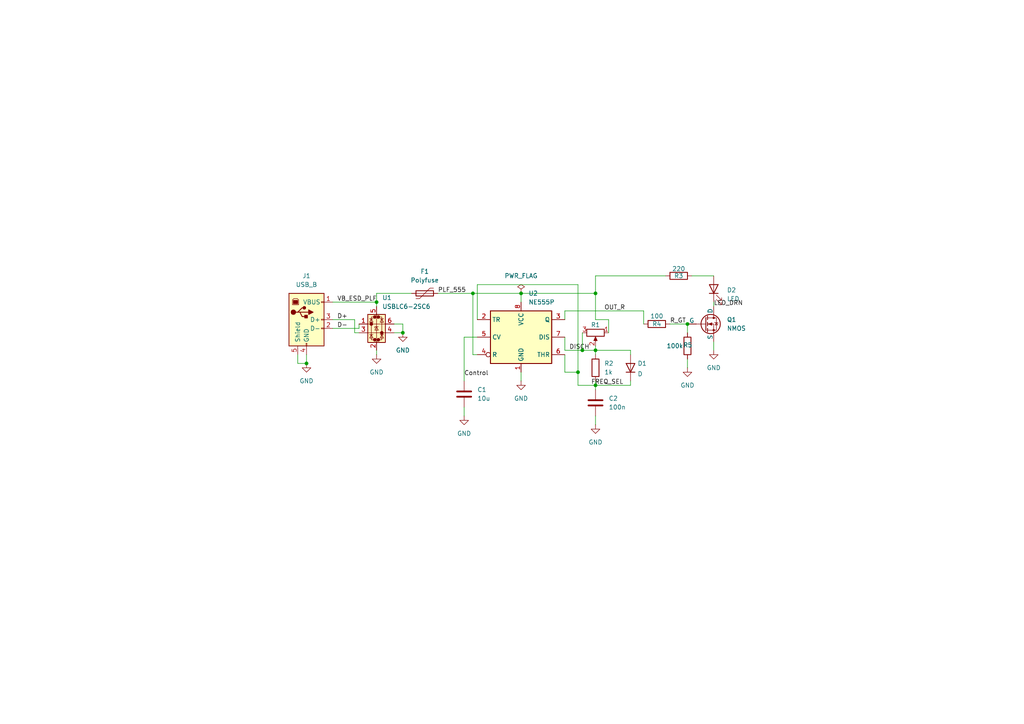
<source format=kicad_sch>
(kicad_sch
	(version 20250114)
	(generator "eeschema")
	(generator_version "9.0")
	(uuid "d2125970-6560-47df-a1b4-e6afaed39378")
	(paper "A4")
	(title_block
		(title "USB-powered LED dimmer board")
		(date "2025-09-16")
		(rev "1.0")
		(company "Personal")
	)
	(lib_symbols
		(symbol "Connector:USB_B"
			(pin_names
				(offset 1.016)
			)
			(exclude_from_sim no)
			(in_bom yes)
			(on_board yes)
			(property "Reference" "J"
				(at -5.08 11.43 0)
				(effects
					(font
						(size 1.27 1.27)
					)
					(justify left)
				)
			)
			(property "Value" "USB_B"
				(at -5.08 8.89 0)
				(effects
					(font
						(size 1.27 1.27)
					)
					(justify left)
				)
			)
			(property "Footprint" ""
				(at 3.81 -1.27 0)
				(effects
					(font
						(size 1.27 1.27)
					)
					(hide yes)
				)
			)
			(property "Datasheet" "~"
				(at 3.81 -1.27 0)
				(effects
					(font
						(size 1.27 1.27)
					)
					(hide yes)
				)
			)
			(property "Description" "USB Type B connector"
				(at 0 0 0)
				(effects
					(font
						(size 1.27 1.27)
					)
					(hide yes)
				)
			)
			(property "ki_keywords" "connector USB"
				(at 0 0 0)
				(effects
					(font
						(size 1.27 1.27)
					)
					(hide yes)
				)
			)
			(property "ki_fp_filters" "USB*"
				(at 0 0 0)
				(effects
					(font
						(size 1.27 1.27)
					)
					(hide yes)
				)
			)
			(symbol "USB_B_0_1"
				(rectangle
					(start -5.08 -7.62)
					(end 5.08 7.62)
					(stroke
						(width 0.254)
						(type default)
					)
					(fill
						(type background)
					)
				)
				(polyline
					(pts
						(xy -4.064 4.318) (xy -2.286 4.318) (xy -2.286 5.715) (xy -2.667 6.096) (xy -3.683 6.096) (xy -4.064 5.715)
						(xy -4.064 4.318)
					)
					(stroke
						(width 0)
						(type default)
					)
					(fill
						(type none)
					)
				)
				(rectangle
					(start -3.81 5.588)
					(end -2.54 4.572)
					(stroke
						(width 0)
						(type default)
					)
					(fill
						(type outline)
					)
				)
				(circle
					(center -3.81 2.159)
					(radius 0.635)
					(stroke
						(width 0.254)
						(type default)
					)
					(fill
						(type outline)
					)
				)
				(polyline
					(pts
						(xy -3.175 2.159) (xy -2.54 2.159) (xy -1.27 3.429) (xy -0.635 3.429)
					)
					(stroke
						(width 0.254)
						(type default)
					)
					(fill
						(type none)
					)
				)
				(polyline
					(pts
						(xy -2.54 2.159) (xy -1.905 2.159) (xy -1.27 0.889) (xy 0 0.889)
					)
					(stroke
						(width 0.254)
						(type default)
					)
					(fill
						(type none)
					)
				)
				(polyline
					(pts
						(xy -1.905 2.159) (xy 0.635 2.159)
					)
					(stroke
						(width 0.254)
						(type default)
					)
					(fill
						(type none)
					)
				)
				(circle
					(center -0.635 3.429)
					(radius 0.381)
					(stroke
						(width 0.254)
						(type default)
					)
					(fill
						(type outline)
					)
				)
				(rectangle
					(start -0.127 -7.62)
					(end 0.127 -6.858)
					(stroke
						(width 0)
						(type default)
					)
					(fill
						(type none)
					)
				)
				(rectangle
					(start 0.254 1.27)
					(end -0.508 0.508)
					(stroke
						(width 0.254)
						(type default)
					)
					(fill
						(type outline)
					)
				)
				(polyline
					(pts
						(xy 0.635 2.794) (xy 0.635 1.524) (xy 1.905 2.159) (xy 0.635 2.794)
					)
					(stroke
						(width 0.254)
						(type default)
					)
					(fill
						(type outline)
					)
				)
				(rectangle
					(start 5.08 4.953)
					(end 4.318 5.207)
					(stroke
						(width 0)
						(type default)
					)
					(fill
						(type none)
					)
				)
				(rectangle
					(start 5.08 -0.127)
					(end 4.318 0.127)
					(stroke
						(width 0)
						(type default)
					)
					(fill
						(type none)
					)
				)
				(rectangle
					(start 5.08 -2.667)
					(end 4.318 -2.413)
					(stroke
						(width 0)
						(type default)
					)
					(fill
						(type none)
					)
				)
			)
			(symbol "USB_B_1_1"
				(pin passive line
					(at -2.54 -10.16 90)
					(length 2.54)
					(name "Shield"
						(effects
							(font
								(size 1.27 1.27)
							)
						)
					)
					(number "5"
						(effects
							(font
								(size 1.27 1.27)
							)
						)
					)
				)
				(pin power_out line
					(at 0 -10.16 90)
					(length 2.54)
					(name "GND"
						(effects
							(font
								(size 1.27 1.27)
							)
						)
					)
					(number "4"
						(effects
							(font
								(size 1.27 1.27)
							)
						)
					)
				)
				(pin power_out line
					(at 7.62 5.08 180)
					(length 2.54)
					(name "VBUS"
						(effects
							(font
								(size 1.27 1.27)
							)
						)
					)
					(number "1"
						(effects
							(font
								(size 1.27 1.27)
							)
						)
					)
				)
				(pin bidirectional line
					(at 7.62 0 180)
					(length 2.54)
					(name "D+"
						(effects
							(font
								(size 1.27 1.27)
							)
						)
					)
					(number "3"
						(effects
							(font
								(size 1.27 1.27)
							)
						)
					)
				)
				(pin bidirectional line
					(at 7.62 -2.54 180)
					(length 2.54)
					(name "D-"
						(effects
							(font
								(size 1.27 1.27)
							)
						)
					)
					(number "2"
						(effects
							(font
								(size 1.27 1.27)
							)
						)
					)
				)
			)
			(embedded_fonts no)
		)
		(symbol "Device:C"
			(pin_numbers
				(hide yes)
			)
			(pin_names
				(offset 0.254)
			)
			(exclude_from_sim no)
			(in_bom yes)
			(on_board yes)
			(property "Reference" "C"
				(at 0.635 2.54 0)
				(effects
					(font
						(size 1.27 1.27)
					)
					(justify left)
				)
			)
			(property "Value" "C"
				(at 0.635 -2.54 0)
				(effects
					(font
						(size 1.27 1.27)
					)
					(justify left)
				)
			)
			(property "Footprint" ""
				(at 0.9652 -3.81 0)
				(effects
					(font
						(size 1.27 1.27)
					)
					(hide yes)
				)
			)
			(property "Datasheet" "~"
				(at 0 0 0)
				(effects
					(font
						(size 1.27 1.27)
					)
					(hide yes)
				)
			)
			(property "Description" "Unpolarized capacitor"
				(at 0 0 0)
				(effects
					(font
						(size 1.27 1.27)
					)
					(hide yes)
				)
			)
			(property "ki_keywords" "cap capacitor"
				(at 0 0 0)
				(effects
					(font
						(size 1.27 1.27)
					)
					(hide yes)
				)
			)
			(property "ki_fp_filters" "C_*"
				(at 0 0 0)
				(effects
					(font
						(size 1.27 1.27)
					)
					(hide yes)
				)
			)
			(symbol "C_0_1"
				(polyline
					(pts
						(xy -2.032 0.762) (xy 2.032 0.762)
					)
					(stroke
						(width 0.508)
						(type default)
					)
					(fill
						(type none)
					)
				)
				(polyline
					(pts
						(xy -2.032 -0.762) (xy 2.032 -0.762)
					)
					(stroke
						(width 0.508)
						(type default)
					)
					(fill
						(type none)
					)
				)
			)
			(symbol "C_1_1"
				(pin passive line
					(at 0 3.81 270)
					(length 2.794)
					(name "~"
						(effects
							(font
								(size 1.27 1.27)
							)
						)
					)
					(number "1"
						(effects
							(font
								(size 1.27 1.27)
							)
						)
					)
				)
				(pin passive line
					(at 0 -3.81 90)
					(length 2.794)
					(name "~"
						(effects
							(font
								(size 1.27 1.27)
							)
						)
					)
					(number "2"
						(effects
							(font
								(size 1.27 1.27)
							)
						)
					)
				)
			)
			(embedded_fonts no)
		)
		(symbol "Device:D"
			(pin_numbers
				(hide yes)
			)
			(pin_names
				(offset 1.016)
				(hide yes)
			)
			(exclude_from_sim no)
			(in_bom yes)
			(on_board yes)
			(property "Reference" "D"
				(at 0 2.54 0)
				(effects
					(font
						(size 1.27 1.27)
					)
				)
			)
			(property "Value" "D"
				(at 0 -2.54 0)
				(effects
					(font
						(size 1.27 1.27)
					)
				)
			)
			(property "Footprint" ""
				(at 0 0 0)
				(effects
					(font
						(size 1.27 1.27)
					)
					(hide yes)
				)
			)
			(property "Datasheet" "~"
				(at 0 0 0)
				(effects
					(font
						(size 1.27 1.27)
					)
					(hide yes)
				)
			)
			(property "Description" "Diode"
				(at 0 0 0)
				(effects
					(font
						(size 1.27 1.27)
					)
					(hide yes)
				)
			)
			(property "Sim.Device" "D"
				(at 0 0 0)
				(effects
					(font
						(size 1.27 1.27)
					)
					(hide yes)
				)
			)
			(property "Sim.Pins" "1=K 2=A"
				(at 0 0 0)
				(effects
					(font
						(size 1.27 1.27)
					)
					(hide yes)
				)
			)
			(property "ki_keywords" "diode"
				(at 0 0 0)
				(effects
					(font
						(size 1.27 1.27)
					)
					(hide yes)
				)
			)
			(property "ki_fp_filters" "TO-???* *_Diode_* *SingleDiode* D_*"
				(at 0 0 0)
				(effects
					(font
						(size 1.27 1.27)
					)
					(hide yes)
				)
			)
			(symbol "D_0_1"
				(polyline
					(pts
						(xy -1.27 1.27) (xy -1.27 -1.27)
					)
					(stroke
						(width 0.254)
						(type default)
					)
					(fill
						(type none)
					)
				)
				(polyline
					(pts
						(xy 1.27 1.27) (xy 1.27 -1.27) (xy -1.27 0) (xy 1.27 1.27)
					)
					(stroke
						(width 0.254)
						(type default)
					)
					(fill
						(type none)
					)
				)
				(polyline
					(pts
						(xy 1.27 0) (xy -1.27 0)
					)
					(stroke
						(width 0)
						(type default)
					)
					(fill
						(type none)
					)
				)
			)
			(symbol "D_1_1"
				(pin passive line
					(at -3.81 0 0)
					(length 2.54)
					(name "K"
						(effects
							(font
								(size 1.27 1.27)
							)
						)
					)
					(number "1"
						(effects
							(font
								(size 1.27 1.27)
							)
						)
					)
				)
				(pin passive line
					(at 3.81 0 180)
					(length 2.54)
					(name "A"
						(effects
							(font
								(size 1.27 1.27)
							)
						)
					)
					(number "2"
						(effects
							(font
								(size 1.27 1.27)
							)
						)
					)
				)
			)
			(embedded_fonts no)
		)
		(symbol "Device:LED"
			(pin_numbers
				(hide yes)
			)
			(pin_names
				(offset 1.016)
				(hide yes)
			)
			(exclude_from_sim no)
			(in_bom yes)
			(on_board yes)
			(property "Reference" "D"
				(at 0 2.54 0)
				(effects
					(font
						(size 1.27 1.27)
					)
				)
			)
			(property "Value" "LED"
				(at 0 -2.54 0)
				(effects
					(font
						(size 1.27 1.27)
					)
				)
			)
			(property "Footprint" ""
				(at 0 0 0)
				(effects
					(font
						(size 1.27 1.27)
					)
					(hide yes)
				)
			)
			(property "Datasheet" "~"
				(at 0 0 0)
				(effects
					(font
						(size 1.27 1.27)
					)
					(hide yes)
				)
			)
			(property "Description" "Light emitting diode"
				(at 0 0 0)
				(effects
					(font
						(size 1.27 1.27)
					)
					(hide yes)
				)
			)
			(property "Sim.Pins" "1=K 2=A"
				(at 0 0 0)
				(effects
					(font
						(size 1.27 1.27)
					)
					(hide yes)
				)
			)
			(property "ki_keywords" "LED diode"
				(at 0 0 0)
				(effects
					(font
						(size 1.27 1.27)
					)
					(hide yes)
				)
			)
			(property "ki_fp_filters" "LED* LED_SMD:* LED_THT:*"
				(at 0 0 0)
				(effects
					(font
						(size 1.27 1.27)
					)
					(hide yes)
				)
			)
			(symbol "LED_0_1"
				(polyline
					(pts
						(xy -3.048 -0.762) (xy -4.572 -2.286) (xy -3.81 -2.286) (xy -4.572 -2.286) (xy -4.572 -1.524)
					)
					(stroke
						(width 0)
						(type default)
					)
					(fill
						(type none)
					)
				)
				(polyline
					(pts
						(xy -1.778 -0.762) (xy -3.302 -2.286) (xy -2.54 -2.286) (xy -3.302 -2.286) (xy -3.302 -1.524)
					)
					(stroke
						(width 0)
						(type default)
					)
					(fill
						(type none)
					)
				)
				(polyline
					(pts
						(xy -1.27 0) (xy 1.27 0)
					)
					(stroke
						(width 0)
						(type default)
					)
					(fill
						(type none)
					)
				)
				(polyline
					(pts
						(xy -1.27 -1.27) (xy -1.27 1.27)
					)
					(stroke
						(width 0.254)
						(type default)
					)
					(fill
						(type none)
					)
				)
				(polyline
					(pts
						(xy 1.27 -1.27) (xy 1.27 1.27) (xy -1.27 0) (xy 1.27 -1.27)
					)
					(stroke
						(width 0.254)
						(type default)
					)
					(fill
						(type none)
					)
				)
			)
			(symbol "LED_1_1"
				(pin passive line
					(at -3.81 0 0)
					(length 2.54)
					(name "K"
						(effects
							(font
								(size 1.27 1.27)
							)
						)
					)
					(number "1"
						(effects
							(font
								(size 1.27 1.27)
							)
						)
					)
				)
				(pin passive line
					(at 3.81 0 180)
					(length 2.54)
					(name "A"
						(effects
							(font
								(size 1.27 1.27)
							)
						)
					)
					(number "2"
						(effects
							(font
								(size 1.27 1.27)
							)
						)
					)
				)
			)
			(embedded_fonts no)
		)
		(symbol "Device:Polyfuse"
			(pin_numbers
				(hide yes)
			)
			(pin_names
				(offset 0)
			)
			(exclude_from_sim no)
			(in_bom yes)
			(on_board yes)
			(property "Reference" "F"
				(at -2.54 0 90)
				(effects
					(font
						(size 1.27 1.27)
					)
				)
			)
			(property "Value" "Polyfuse"
				(at 2.54 0 90)
				(effects
					(font
						(size 1.27 1.27)
					)
				)
			)
			(property "Footprint" ""
				(at 1.27 -5.08 0)
				(effects
					(font
						(size 1.27 1.27)
					)
					(justify left)
					(hide yes)
				)
			)
			(property "Datasheet" "~"
				(at 0 0 0)
				(effects
					(font
						(size 1.27 1.27)
					)
					(hide yes)
				)
			)
			(property "Description" "Resettable fuse, polymeric positive temperature coefficient"
				(at 0 0 0)
				(effects
					(font
						(size 1.27 1.27)
					)
					(hide yes)
				)
			)
			(property "ki_keywords" "resettable fuse PTC PPTC polyfuse polyswitch"
				(at 0 0 0)
				(effects
					(font
						(size 1.27 1.27)
					)
					(hide yes)
				)
			)
			(property "ki_fp_filters" "*polyfuse* *PTC*"
				(at 0 0 0)
				(effects
					(font
						(size 1.27 1.27)
					)
					(hide yes)
				)
			)
			(symbol "Polyfuse_0_1"
				(polyline
					(pts
						(xy -1.524 2.54) (xy -1.524 1.524) (xy 1.524 -1.524) (xy 1.524 -2.54)
					)
					(stroke
						(width 0)
						(type default)
					)
					(fill
						(type none)
					)
				)
				(rectangle
					(start -0.762 2.54)
					(end 0.762 -2.54)
					(stroke
						(width 0.254)
						(type default)
					)
					(fill
						(type none)
					)
				)
				(polyline
					(pts
						(xy 0 2.54) (xy 0 -2.54)
					)
					(stroke
						(width 0)
						(type default)
					)
					(fill
						(type none)
					)
				)
			)
			(symbol "Polyfuse_1_1"
				(pin passive line
					(at 0 3.81 270)
					(length 1.27)
					(name "~"
						(effects
							(font
								(size 1.27 1.27)
							)
						)
					)
					(number "1"
						(effects
							(font
								(size 1.27 1.27)
							)
						)
					)
				)
				(pin passive line
					(at 0 -3.81 90)
					(length 1.27)
					(name "~"
						(effects
							(font
								(size 1.27 1.27)
							)
						)
					)
					(number "2"
						(effects
							(font
								(size 1.27 1.27)
							)
						)
					)
				)
			)
			(embedded_fonts no)
		)
		(symbol "Device:R"
			(pin_numbers
				(hide yes)
			)
			(pin_names
				(offset 0)
			)
			(exclude_from_sim no)
			(in_bom yes)
			(on_board yes)
			(property "Reference" "R"
				(at 2.032 0 90)
				(effects
					(font
						(size 1.27 1.27)
					)
				)
			)
			(property "Value" "R"
				(at 0 0 90)
				(effects
					(font
						(size 1.27 1.27)
					)
				)
			)
			(property "Footprint" ""
				(at -1.778 0 90)
				(effects
					(font
						(size 1.27 1.27)
					)
					(hide yes)
				)
			)
			(property "Datasheet" "~"
				(at 0 0 0)
				(effects
					(font
						(size 1.27 1.27)
					)
					(hide yes)
				)
			)
			(property "Description" "Resistor"
				(at 0 0 0)
				(effects
					(font
						(size 1.27 1.27)
					)
					(hide yes)
				)
			)
			(property "ki_keywords" "R res resistor"
				(at 0 0 0)
				(effects
					(font
						(size 1.27 1.27)
					)
					(hide yes)
				)
			)
			(property "ki_fp_filters" "R_*"
				(at 0 0 0)
				(effects
					(font
						(size 1.27 1.27)
					)
					(hide yes)
				)
			)
			(symbol "R_0_1"
				(rectangle
					(start -1.016 -2.54)
					(end 1.016 2.54)
					(stroke
						(width 0.254)
						(type default)
					)
					(fill
						(type none)
					)
				)
			)
			(symbol "R_1_1"
				(pin passive line
					(at 0 3.81 270)
					(length 1.27)
					(name "~"
						(effects
							(font
								(size 1.27 1.27)
							)
						)
					)
					(number "1"
						(effects
							(font
								(size 1.27 1.27)
							)
						)
					)
				)
				(pin passive line
					(at 0 -3.81 90)
					(length 1.27)
					(name "~"
						(effects
							(font
								(size 1.27 1.27)
							)
						)
					)
					(number "2"
						(effects
							(font
								(size 1.27 1.27)
							)
						)
					)
				)
			)
			(embedded_fonts no)
		)
		(symbol "Device:R_Potentiometer"
			(pin_names
				(offset 1.016)
				(hide yes)
			)
			(exclude_from_sim no)
			(in_bom yes)
			(on_board yes)
			(property "Reference" "RV"
				(at -4.445 0 90)
				(effects
					(font
						(size 1.27 1.27)
					)
				)
			)
			(property "Value" "R_Potentiometer"
				(at -2.54 0 90)
				(effects
					(font
						(size 1.27 1.27)
					)
				)
			)
			(property "Footprint" ""
				(at 0 0 0)
				(effects
					(font
						(size 1.27 1.27)
					)
					(hide yes)
				)
			)
			(property "Datasheet" "~"
				(at 0 0 0)
				(effects
					(font
						(size 1.27 1.27)
					)
					(hide yes)
				)
			)
			(property "Description" "Potentiometer"
				(at 0 0 0)
				(effects
					(font
						(size 1.27 1.27)
					)
					(hide yes)
				)
			)
			(property "ki_keywords" "resistor variable"
				(at 0 0 0)
				(effects
					(font
						(size 1.27 1.27)
					)
					(hide yes)
				)
			)
			(property "ki_fp_filters" "Potentiometer*"
				(at 0 0 0)
				(effects
					(font
						(size 1.27 1.27)
					)
					(hide yes)
				)
			)
			(symbol "R_Potentiometer_0_1"
				(rectangle
					(start 1.016 2.54)
					(end -1.016 -2.54)
					(stroke
						(width 0.254)
						(type default)
					)
					(fill
						(type none)
					)
				)
				(polyline
					(pts
						(xy 1.143 0) (xy 2.286 0.508) (xy 2.286 -0.508) (xy 1.143 0)
					)
					(stroke
						(width 0)
						(type default)
					)
					(fill
						(type outline)
					)
				)
				(polyline
					(pts
						(xy 2.54 0) (xy 1.524 0)
					)
					(stroke
						(width 0)
						(type default)
					)
					(fill
						(type none)
					)
				)
			)
			(symbol "R_Potentiometer_1_1"
				(pin passive line
					(at 0 3.81 270)
					(length 1.27)
					(name "1"
						(effects
							(font
								(size 1.27 1.27)
							)
						)
					)
					(number "1"
						(effects
							(font
								(size 1.27 1.27)
							)
						)
					)
				)
				(pin passive line
					(at 0 -3.81 90)
					(length 1.27)
					(name "3"
						(effects
							(font
								(size 1.27 1.27)
							)
						)
					)
					(number "3"
						(effects
							(font
								(size 1.27 1.27)
							)
						)
					)
				)
				(pin passive line
					(at 3.81 0 180)
					(length 1.27)
					(name "2"
						(effects
							(font
								(size 1.27 1.27)
							)
						)
					)
					(number "2"
						(effects
							(font
								(size 1.27 1.27)
							)
						)
					)
				)
			)
			(embedded_fonts no)
		)
		(symbol "Power_Protection:USBLC6-2SC6"
			(pin_names
				(hide yes)
			)
			(exclude_from_sim no)
			(in_bom yes)
			(on_board yes)
			(property "Reference" "U"
				(at 0.635 5.715 0)
				(effects
					(font
						(size 1.27 1.27)
					)
					(justify left)
				)
			)
			(property "Value" "USBLC6-2SC6"
				(at 0.635 3.81 0)
				(effects
					(font
						(size 1.27 1.27)
					)
					(justify left)
				)
			)
			(property "Footprint" "Package_TO_SOT_SMD:SOT-23-6"
				(at 1.27 -6.35 0)
				(effects
					(font
						(size 1.27 1.27)
						(italic yes)
					)
					(justify left)
					(hide yes)
				)
			)
			(property "Datasheet" "https://www.st.com/resource/en/datasheet/usblc6-2.pdf"
				(at 1.27 -8.255 0)
				(effects
					(font
						(size 1.27 1.27)
					)
					(justify left)
					(hide yes)
				)
			)
			(property "Description" "Very low capacitance ESD protection diode, 2 data-line, SOT-23-6"
				(at 0 0 0)
				(effects
					(font
						(size 1.27 1.27)
					)
					(hide yes)
				)
			)
			(property "ki_keywords" "usb ethernet video"
				(at 0 0 0)
				(effects
					(font
						(size 1.27 1.27)
					)
					(hide yes)
				)
			)
			(property "ki_fp_filters" "SOT?23*"
				(at 0 0 0)
				(effects
					(font
						(size 1.27 1.27)
					)
					(hide yes)
				)
			)
			(symbol "USBLC6-2SC6_0_0"
				(circle
					(center -1.524 0)
					(radius 0.0001)
					(stroke
						(width 0.508)
						(type default)
					)
					(fill
						(type none)
					)
				)
				(circle
					(center -0.508 2.032)
					(radius 0.0001)
					(stroke
						(width 0.508)
						(type default)
					)
					(fill
						(type none)
					)
				)
				(circle
					(center -0.508 -4.572)
					(radius 0.0001)
					(stroke
						(width 0.508)
						(type default)
					)
					(fill
						(type none)
					)
				)
				(circle
					(center 0.508 2.032)
					(radius 0.0001)
					(stroke
						(width 0.508)
						(type default)
					)
					(fill
						(type none)
					)
				)
				(circle
					(center 0.508 -4.572)
					(radius 0.0001)
					(stroke
						(width 0.508)
						(type default)
					)
					(fill
						(type none)
					)
				)
				(circle
					(center 1.524 -2.54)
					(radius 0.0001)
					(stroke
						(width 0.508)
						(type default)
					)
					(fill
						(type none)
					)
				)
			)
			(symbol "USBLC6-2SC6_0_1"
				(polyline
					(pts
						(xy -2.54 0) (xy 2.54 0)
					)
					(stroke
						(width 0)
						(type default)
					)
					(fill
						(type none)
					)
				)
				(polyline
					(pts
						(xy -2.54 -2.54) (xy 2.54 -2.54)
					)
					(stroke
						(width 0)
						(type default)
					)
					(fill
						(type none)
					)
				)
				(polyline
					(pts
						(xy -2.032 0.508) (xy -1.016 0.508) (xy -1.524 1.524) (xy -2.032 0.508)
					)
					(stroke
						(width 0)
						(type default)
					)
					(fill
						(type none)
					)
				)
				(polyline
					(pts
						(xy -2.032 -3.048) (xy -1.016 -3.048)
					)
					(stroke
						(width 0)
						(type default)
					)
					(fill
						(type none)
					)
				)
				(polyline
					(pts
						(xy -1.016 1.524) (xy -2.032 1.524)
					)
					(stroke
						(width 0)
						(type default)
					)
					(fill
						(type none)
					)
				)
				(polyline
					(pts
						(xy -1.016 -4.064) (xy -2.032 -4.064) (xy -1.524 -3.048) (xy -1.016 -4.064)
					)
					(stroke
						(width 0)
						(type default)
					)
					(fill
						(type none)
					)
				)
				(polyline
					(pts
						(xy -0.508 -1.143) (xy -0.508 -0.762) (xy 0.508 -0.762)
					)
					(stroke
						(width 0)
						(type default)
					)
					(fill
						(type none)
					)
				)
				(polyline
					(pts
						(xy 0 2.54) (xy -0.508 2.032) (xy 0.508 2.032) (xy 0 1.524) (xy 0 -4.064) (xy -0.508 -4.572) (xy 0.508 -4.572)
						(xy 0 -5.08)
					)
					(stroke
						(width 0)
						(type default)
					)
					(fill
						(type none)
					)
				)
				(polyline
					(pts
						(xy 0.508 -1.778) (xy -0.508 -1.778) (xy 0 -0.762) (xy 0.508 -1.778)
					)
					(stroke
						(width 0)
						(type default)
					)
					(fill
						(type none)
					)
				)
				(polyline
					(pts
						(xy 1.016 1.524) (xy 2.032 1.524)
					)
					(stroke
						(width 0)
						(type default)
					)
					(fill
						(type none)
					)
				)
				(polyline
					(pts
						(xy 1.016 -3.048) (xy 2.032 -3.048)
					)
					(stroke
						(width 0)
						(type default)
					)
					(fill
						(type none)
					)
				)
				(polyline
					(pts
						(xy 2.032 0.508) (xy 1.016 0.508) (xy 1.524 1.524) (xy 2.032 0.508)
					)
					(stroke
						(width 0)
						(type default)
					)
					(fill
						(type none)
					)
				)
				(polyline
					(pts
						(xy 2.032 -4.064) (xy 1.016 -4.064) (xy 1.524 -3.048) (xy 2.032 -4.064)
					)
					(stroke
						(width 0)
						(type default)
					)
					(fill
						(type none)
					)
				)
			)
			(symbol "USBLC6-2SC6_1_1"
				(rectangle
					(start -2.54 2.794)
					(end 2.54 -5.334)
					(stroke
						(width 0.254)
						(type default)
					)
					(fill
						(type background)
					)
				)
				(polyline
					(pts
						(xy -0.508 2.032) (xy -1.524 2.032) (xy -1.524 -4.572) (xy -0.508 -4.572)
					)
					(stroke
						(width 0)
						(type default)
					)
					(fill
						(type none)
					)
				)
				(polyline
					(pts
						(xy 0.508 -4.572) (xy 1.524 -4.572) (xy 1.524 2.032) (xy 0.508 2.032)
					)
					(stroke
						(width 0)
						(type default)
					)
					(fill
						(type none)
					)
				)
				(pin passive line
					(at -5.08 0 0)
					(length 2.54)
					(name "I/O1"
						(effects
							(font
								(size 1.27 1.27)
							)
						)
					)
					(number "1"
						(effects
							(font
								(size 1.27 1.27)
							)
						)
					)
				)
				(pin passive line
					(at -5.08 -2.54 0)
					(length 2.54)
					(name "I/O2"
						(effects
							(font
								(size 1.27 1.27)
							)
						)
					)
					(number "3"
						(effects
							(font
								(size 1.27 1.27)
							)
						)
					)
				)
				(pin passive line
					(at 0 5.08 270)
					(length 2.54)
					(name "VBUS"
						(effects
							(font
								(size 1.27 1.27)
							)
						)
					)
					(number "5"
						(effects
							(font
								(size 1.27 1.27)
							)
						)
					)
				)
				(pin passive line
					(at 0 -7.62 90)
					(length 2.54)
					(name "GND"
						(effects
							(font
								(size 1.27 1.27)
							)
						)
					)
					(number "2"
						(effects
							(font
								(size 1.27 1.27)
							)
						)
					)
				)
				(pin passive line
					(at 5.08 0 180)
					(length 2.54)
					(name "I/O1"
						(effects
							(font
								(size 1.27 1.27)
							)
						)
					)
					(number "6"
						(effects
							(font
								(size 1.27 1.27)
							)
						)
					)
				)
				(pin passive line
					(at 5.08 -2.54 180)
					(length 2.54)
					(name "I/O2"
						(effects
							(font
								(size 1.27 1.27)
							)
						)
					)
					(number "4"
						(effects
							(font
								(size 1.27 1.27)
							)
						)
					)
				)
			)
			(embedded_fonts no)
		)
		(symbol "Simulation_SPICE:NMOS"
			(pin_numbers
				(hide yes)
			)
			(pin_names
				(offset 0)
			)
			(exclude_from_sim no)
			(in_bom yes)
			(on_board yes)
			(property "Reference" "Q"
				(at 5.08 1.27 0)
				(effects
					(font
						(size 1.27 1.27)
					)
					(justify left)
				)
			)
			(property "Value" "NMOS"
				(at 5.08 -1.27 0)
				(effects
					(font
						(size 1.27 1.27)
					)
					(justify left)
				)
			)
			(property "Footprint" ""
				(at 5.08 2.54 0)
				(effects
					(font
						(size 1.27 1.27)
					)
					(hide yes)
				)
			)
			(property "Datasheet" "https://ngspice.sourceforge.io/docs/ngspice-html-manual/manual.xhtml#cha_MOSFETs"
				(at 0 -12.7 0)
				(effects
					(font
						(size 1.27 1.27)
					)
					(hide yes)
				)
			)
			(property "Description" "N-MOSFET transistor, drain/source/gate"
				(at 0 0 0)
				(effects
					(font
						(size 1.27 1.27)
					)
					(hide yes)
				)
			)
			(property "Sim.Device" "NMOS"
				(at 0 -17.145 0)
				(effects
					(font
						(size 1.27 1.27)
					)
					(hide yes)
				)
			)
			(property "Sim.Type" "VDMOS"
				(at 0 -19.05 0)
				(effects
					(font
						(size 1.27 1.27)
					)
					(hide yes)
				)
			)
			(property "Sim.Pins" "1=D 2=G 3=S"
				(at 0 -15.24 0)
				(effects
					(font
						(size 1.27 1.27)
					)
					(hide yes)
				)
			)
			(property "ki_keywords" "transistor NMOS N-MOS N-MOSFET simulation"
				(at 0 0 0)
				(effects
					(font
						(size 1.27 1.27)
					)
					(hide yes)
				)
			)
			(symbol "NMOS_0_1"
				(polyline
					(pts
						(xy 0.254 1.905) (xy 0.254 -1.905)
					)
					(stroke
						(width 0.254)
						(type default)
					)
					(fill
						(type none)
					)
				)
				(polyline
					(pts
						(xy 0.254 0) (xy -2.54 0)
					)
					(stroke
						(width 0)
						(type default)
					)
					(fill
						(type none)
					)
				)
				(polyline
					(pts
						(xy 0.762 2.286) (xy 0.762 1.27)
					)
					(stroke
						(width 0.254)
						(type default)
					)
					(fill
						(type none)
					)
				)
				(polyline
					(pts
						(xy 0.762 0.508) (xy 0.762 -0.508)
					)
					(stroke
						(width 0.254)
						(type default)
					)
					(fill
						(type none)
					)
				)
				(polyline
					(pts
						(xy 0.762 -1.27) (xy 0.762 -2.286)
					)
					(stroke
						(width 0.254)
						(type default)
					)
					(fill
						(type none)
					)
				)
				(polyline
					(pts
						(xy 0.762 -1.778) (xy 3.302 -1.778) (xy 3.302 1.778) (xy 0.762 1.778)
					)
					(stroke
						(width 0)
						(type default)
					)
					(fill
						(type none)
					)
				)
				(polyline
					(pts
						(xy 1.016 0) (xy 2.032 0.381) (xy 2.032 -0.381) (xy 1.016 0)
					)
					(stroke
						(width 0)
						(type default)
					)
					(fill
						(type outline)
					)
				)
				(circle
					(center 1.651 0)
					(radius 2.794)
					(stroke
						(width 0.254)
						(type default)
					)
					(fill
						(type none)
					)
				)
				(polyline
					(pts
						(xy 2.54 2.54) (xy 2.54 1.778)
					)
					(stroke
						(width 0)
						(type default)
					)
					(fill
						(type none)
					)
				)
				(circle
					(center 2.54 1.778)
					(radius 0.254)
					(stroke
						(width 0)
						(type default)
					)
					(fill
						(type outline)
					)
				)
				(circle
					(center 2.54 -1.778)
					(radius 0.254)
					(stroke
						(width 0)
						(type default)
					)
					(fill
						(type outline)
					)
				)
				(polyline
					(pts
						(xy 2.54 -2.54) (xy 2.54 0) (xy 0.762 0)
					)
					(stroke
						(width 0)
						(type default)
					)
					(fill
						(type none)
					)
				)
				(polyline
					(pts
						(xy 2.794 0.508) (xy 2.921 0.381) (xy 3.683 0.381) (xy 3.81 0.254)
					)
					(stroke
						(width 0)
						(type default)
					)
					(fill
						(type none)
					)
				)
				(polyline
					(pts
						(xy 3.302 0.381) (xy 2.921 -0.254) (xy 3.683 -0.254) (xy 3.302 0.381)
					)
					(stroke
						(width 0)
						(type default)
					)
					(fill
						(type none)
					)
				)
			)
			(symbol "NMOS_1_1"
				(pin input line
					(at -5.08 0 0)
					(length 2.54)
					(name "G"
						(effects
							(font
								(size 1.27 1.27)
							)
						)
					)
					(number "2"
						(effects
							(font
								(size 1.27 1.27)
							)
						)
					)
				)
				(pin passive line
					(at 2.54 5.08 270)
					(length 2.54)
					(name "D"
						(effects
							(font
								(size 1.27 1.27)
							)
						)
					)
					(number "1"
						(effects
							(font
								(size 1.27 1.27)
							)
						)
					)
				)
				(pin passive line
					(at 2.54 -5.08 90)
					(length 2.54)
					(name "S"
						(effects
							(font
								(size 1.27 1.27)
							)
						)
					)
					(number "3"
						(effects
							(font
								(size 1.27 1.27)
							)
						)
					)
				)
			)
			(embedded_fonts no)
		)
		(symbol "Timer:NE555P"
			(exclude_from_sim no)
			(in_bom yes)
			(on_board yes)
			(property "Reference" "U"
				(at -10.16 8.89 0)
				(effects
					(font
						(size 1.27 1.27)
					)
					(justify left)
				)
			)
			(property "Value" "NE555P"
				(at 2.54 8.89 0)
				(effects
					(font
						(size 1.27 1.27)
					)
					(justify left)
				)
			)
			(property "Footprint" "Package_DIP:DIP-8_W7.62mm"
				(at 16.51 -10.16 0)
				(effects
					(font
						(size 1.27 1.27)
					)
					(hide yes)
				)
			)
			(property "Datasheet" "http://www.ti.com/lit/ds/symlink/ne555.pdf"
				(at 21.59 -10.16 0)
				(effects
					(font
						(size 1.27 1.27)
					)
					(hide yes)
				)
			)
			(property "Description" "Precision Timers, 555 compatible,  PDIP-8"
				(at 0 0 0)
				(effects
					(font
						(size 1.27 1.27)
					)
					(hide yes)
				)
			)
			(property "ki_keywords" "single timer 555"
				(at 0 0 0)
				(effects
					(font
						(size 1.27 1.27)
					)
					(hide yes)
				)
			)
			(property "ki_fp_filters" "DIP*W7.62mm*"
				(at 0 0 0)
				(effects
					(font
						(size 1.27 1.27)
					)
					(hide yes)
				)
			)
			(symbol "NE555P_0_0"
				(pin power_in line
					(at 0 10.16 270)
					(length 2.54)
					(name "VCC"
						(effects
							(font
								(size 1.27 1.27)
							)
						)
					)
					(number "8"
						(effects
							(font
								(size 1.27 1.27)
							)
						)
					)
				)
				(pin power_in line
					(at 0 -10.16 90)
					(length 2.54)
					(name "GND"
						(effects
							(font
								(size 1.27 1.27)
							)
						)
					)
					(number "1"
						(effects
							(font
								(size 1.27 1.27)
							)
						)
					)
				)
			)
			(symbol "NE555P_0_1"
				(rectangle
					(start -8.89 -7.62)
					(end 8.89 7.62)
					(stroke
						(width 0.254)
						(type default)
					)
					(fill
						(type background)
					)
				)
				(rectangle
					(start -8.89 -7.62)
					(end 8.89 7.62)
					(stroke
						(width 0.254)
						(type default)
					)
					(fill
						(type background)
					)
				)
			)
			(symbol "NE555P_1_1"
				(pin input line
					(at -12.7 5.08 0)
					(length 3.81)
					(name "TR"
						(effects
							(font
								(size 1.27 1.27)
							)
						)
					)
					(number "2"
						(effects
							(font
								(size 1.27 1.27)
							)
						)
					)
				)
				(pin input line
					(at -12.7 0 0)
					(length 3.81)
					(name "CV"
						(effects
							(font
								(size 1.27 1.27)
							)
						)
					)
					(number "5"
						(effects
							(font
								(size 1.27 1.27)
							)
						)
					)
				)
				(pin input inverted
					(at -12.7 -5.08 0)
					(length 3.81)
					(name "R"
						(effects
							(font
								(size 1.27 1.27)
							)
						)
					)
					(number "4"
						(effects
							(font
								(size 1.27 1.27)
							)
						)
					)
				)
				(pin output line
					(at 12.7 5.08 180)
					(length 3.81)
					(name "Q"
						(effects
							(font
								(size 1.27 1.27)
							)
						)
					)
					(number "3"
						(effects
							(font
								(size 1.27 1.27)
							)
						)
					)
				)
				(pin input line
					(at 12.7 0 180)
					(length 3.81)
					(name "DIS"
						(effects
							(font
								(size 1.27 1.27)
							)
						)
					)
					(number "7"
						(effects
							(font
								(size 1.27 1.27)
							)
						)
					)
				)
				(pin input line
					(at 12.7 -5.08 180)
					(length 3.81)
					(name "THR"
						(effects
							(font
								(size 1.27 1.27)
							)
						)
					)
					(number "6"
						(effects
							(font
								(size 1.27 1.27)
							)
						)
					)
				)
			)
			(embedded_fonts no)
		)
		(symbol "power:GND"
			(power)
			(pin_numbers
				(hide yes)
			)
			(pin_names
				(offset 0)
				(hide yes)
			)
			(exclude_from_sim no)
			(in_bom yes)
			(on_board yes)
			(property "Reference" "#PWR"
				(at 0 -6.35 0)
				(effects
					(font
						(size 1.27 1.27)
					)
					(hide yes)
				)
			)
			(property "Value" "GND"
				(at 0 -3.81 0)
				(effects
					(font
						(size 1.27 1.27)
					)
				)
			)
			(property "Footprint" ""
				(at 0 0 0)
				(effects
					(font
						(size 1.27 1.27)
					)
					(hide yes)
				)
			)
			(property "Datasheet" ""
				(at 0 0 0)
				(effects
					(font
						(size 1.27 1.27)
					)
					(hide yes)
				)
			)
			(property "Description" "Power symbol creates a global label with name \"GND\" , ground"
				(at 0 0 0)
				(effects
					(font
						(size 1.27 1.27)
					)
					(hide yes)
				)
			)
			(property "ki_keywords" "global power"
				(at 0 0 0)
				(effects
					(font
						(size 1.27 1.27)
					)
					(hide yes)
				)
			)
			(symbol "GND_0_1"
				(polyline
					(pts
						(xy 0 0) (xy 0 -1.27) (xy 1.27 -1.27) (xy 0 -2.54) (xy -1.27 -1.27) (xy 0 -1.27)
					)
					(stroke
						(width 0)
						(type default)
					)
					(fill
						(type none)
					)
				)
			)
			(symbol "GND_1_1"
				(pin power_in line
					(at 0 0 270)
					(length 0)
					(name "~"
						(effects
							(font
								(size 1.27 1.27)
							)
						)
					)
					(number "1"
						(effects
							(font
								(size 1.27 1.27)
							)
						)
					)
				)
			)
			(embedded_fonts no)
		)
		(symbol "power:PWR_FLAG"
			(power)
			(pin_numbers
				(hide yes)
			)
			(pin_names
				(offset 0)
				(hide yes)
			)
			(exclude_from_sim no)
			(in_bom yes)
			(on_board yes)
			(property "Reference" "#FLG"
				(at 0 1.905 0)
				(effects
					(font
						(size 1.27 1.27)
					)
					(hide yes)
				)
			)
			(property "Value" "PWR_FLAG"
				(at 0 3.81 0)
				(effects
					(font
						(size 1.27 1.27)
					)
				)
			)
			(property "Footprint" ""
				(at 0 0 0)
				(effects
					(font
						(size 1.27 1.27)
					)
					(hide yes)
				)
			)
			(property "Datasheet" "~"
				(at 0 0 0)
				(effects
					(font
						(size 1.27 1.27)
					)
					(hide yes)
				)
			)
			(property "Description" "Special symbol for telling ERC where power comes from"
				(at 0 0 0)
				(effects
					(font
						(size 1.27 1.27)
					)
					(hide yes)
				)
			)
			(property "ki_keywords" "flag power"
				(at 0 0 0)
				(effects
					(font
						(size 1.27 1.27)
					)
					(hide yes)
				)
			)
			(symbol "PWR_FLAG_0_0"
				(pin power_out line
					(at 0 0 90)
					(length 0)
					(name "~"
						(effects
							(font
								(size 1.27 1.27)
							)
						)
					)
					(number "1"
						(effects
							(font
								(size 1.27 1.27)
							)
						)
					)
				)
			)
			(symbol "PWR_FLAG_0_1"
				(polyline
					(pts
						(xy 0 0) (xy 0 1.27) (xy -1.016 1.905) (xy 0 2.54) (xy 1.016 1.905) (xy 0 1.27)
					)
					(stroke
						(width 0)
						(type default)
					)
					(fill
						(type none)
					)
				)
			)
			(embedded_fonts no)
		)
	)
	(junction
		(at 172.72 111.76)
		(diameter 0)
		(color 0 0 0 0)
		(uuid "04a2ac67-cde2-434b-9b2e-bc06e2c8209f")
	)
	(junction
		(at 172.72 101.6)
		(diameter 0)
		(color 0 0 0 0)
		(uuid "1be0eb9a-b049-4d97-ae91-5ce20d537302")
	)
	(junction
		(at 199.39 93.98)
		(diameter 0)
		(color 0 0 0 0)
		(uuid "4a9d3bbd-81c7-4efb-9b79-dbcaa1234f81")
	)
	(junction
		(at 151.13 85.09)
		(diameter 0)
		(color 0 0 0 0)
		(uuid "523035e6-2e70-45cf-a3fa-d4ccd18951c3")
	)
	(junction
		(at 88.9 105.41)
		(diameter 0)
		(color 0 0 0 0)
		(uuid "5dbc7b84-204b-426b-8ca4-58f768bc6949")
	)
	(junction
		(at 137.16 85.09)
		(diameter 0)
		(color 0 0 0 0)
		(uuid "7b85cfe2-3eff-4782-a2d3-0d81b0b55302")
	)
	(junction
		(at 167.64 107.95)
		(diameter 0)
		(color 0 0 0 0)
		(uuid "a629223a-50a4-425b-bfed-d9b8ebb8c5c1")
	)
	(junction
		(at 109.22 87.63)
		(diameter 0)
		(color 0 0 0 0)
		(uuid "a6574c17-5f90-4cd3-ba41-59843d940263")
	)
	(junction
		(at 172.72 85.09)
		(diameter 0)
		(color 0 0 0 0)
		(uuid "abb635e2-b42f-455e-b44e-05cc1fa17d4d")
	)
	(junction
		(at 116.84 96.52)
		(diameter 0)
		(color 0 0 0 0)
		(uuid "c054f797-00f3-461f-98eb-435435b0a406")
	)
	(junction
		(at 168.91 101.6)
		(diameter 0)
		(color 0 0 0 0)
		(uuid "c6996c37-4cab-4731-bc2d-549ddf0093e1")
	)
	(wire
		(pts
			(xy 186.69 90.17) (xy 186.69 93.98)
		)
		(stroke
			(width 0)
			(type default)
		)
		(uuid "04c73a84-6f99-4b70-a4f2-3d0c44f13af6")
	)
	(wire
		(pts
			(xy 163.83 90.17) (xy 186.69 90.17)
		)
		(stroke
			(width 0)
			(type default)
		)
		(uuid "06c5edb4-4853-4be2-a6b0-bdd874d4caa7")
	)
	(wire
		(pts
			(xy 109.22 101.6) (xy 109.22 102.87)
		)
		(stroke
			(width 0)
			(type default)
		)
		(uuid "0eddba0c-9b20-4148-8421-94957a7fe6cb")
	)
	(wire
		(pts
			(xy 207.01 99.06) (xy 207.01 101.6)
		)
		(stroke
			(width 0)
			(type default)
		)
		(uuid "153ac2ca-c4b7-417a-85bd-d336a5e187c5")
	)
	(wire
		(pts
			(xy 207.01 87.63) (xy 207.01 88.9)
		)
		(stroke
			(width 0)
			(type default)
		)
		(uuid "19b7473f-333c-45c0-bda0-eba19de7cb86")
	)
	(wire
		(pts
			(xy 182.88 102.87) (xy 182.88 101.6)
		)
		(stroke
			(width 0)
			(type default)
		)
		(uuid "20a205a5-f40e-419d-babc-6b318171f335")
	)
	(wire
		(pts
			(xy 172.72 111.76) (xy 172.72 113.03)
		)
		(stroke
			(width 0)
			(type default)
		)
		(uuid "2333f515-d4f0-40d3-b1d1-fcc07e1ed073")
	)
	(wire
		(pts
			(xy 199.39 104.14) (xy 199.39 106.68)
		)
		(stroke
			(width 0)
			(type default)
		)
		(uuid "28ce6f39-a115-46e9-899d-e2400724a113")
	)
	(wire
		(pts
			(xy 163.83 92.71) (xy 163.83 90.17)
		)
		(stroke
			(width 0)
			(type default)
		)
		(uuid "2b3c8938-5b66-46e0-a201-f784267863b3")
	)
	(wire
		(pts
			(xy 96.52 87.63) (xy 109.22 87.63)
		)
		(stroke
			(width 0)
			(type default)
		)
		(uuid "2c1c0700-7dcc-4b92-8f73-71e22de955a2")
	)
	(wire
		(pts
			(xy 109.22 87.63) (xy 109.22 85.09)
		)
		(stroke
			(width 0)
			(type default)
		)
		(uuid "2e434002-855e-4fd8-b35e-d89ba3ad79e3")
	)
	(wire
		(pts
			(xy 163.83 101.6) (xy 168.91 101.6)
		)
		(stroke
			(width 0)
			(type default)
		)
		(uuid "2f74a2a6-a62e-4de5-937e-1d4d234ec432")
	)
	(wire
		(pts
			(xy 114.3 96.52) (xy 116.84 96.52)
		)
		(stroke
			(width 0)
			(type default)
		)
		(uuid "36b7a44a-ad9b-4237-b626-6cbeef67e25a")
	)
	(wire
		(pts
			(xy 168.91 101.6) (xy 172.72 101.6)
		)
		(stroke
			(width 0)
			(type default)
		)
		(uuid "4076f0d1-f7de-4839-a6a7-ca6394257419")
	)
	(wire
		(pts
			(xy 167.64 107.95) (xy 167.64 82.55)
		)
		(stroke
			(width 0)
			(type default)
		)
		(uuid "41a99496-6ace-4345-9c6d-395acee4347e")
	)
	(wire
		(pts
			(xy 172.72 111.76) (xy 182.88 111.76)
		)
		(stroke
			(width 0)
			(type default)
		)
		(uuid "434bd348-fcee-4bbc-8652-5f3c76b48875")
	)
	(wire
		(pts
			(xy 116.84 93.98) (xy 116.84 96.52)
		)
		(stroke
			(width 0)
			(type default)
		)
		(uuid "50d7221f-b72b-48b1-b52c-0a0178a65f15")
	)
	(wire
		(pts
			(xy 167.64 82.55) (xy 138.43 82.55)
		)
		(stroke
			(width 0)
			(type default)
		)
		(uuid "5abc26bf-2314-4807-9b3e-f12bab22a546")
	)
	(wire
		(pts
			(xy 104.14 95.25) (xy 104.14 93.98)
		)
		(stroke
			(width 0)
			(type default)
		)
		(uuid "5e1231dd-18b7-4660-9e63-f3f6f1c64720")
	)
	(wire
		(pts
			(xy 163.83 102.87) (xy 163.83 107.95)
		)
		(stroke
			(width 0)
			(type default)
		)
		(uuid "646a8787-b0c5-4cca-a372-c8a249a4d1b5")
	)
	(wire
		(pts
			(xy 194.31 93.98) (xy 199.39 93.98)
		)
		(stroke
			(width 0)
			(type default)
		)
		(uuid "6532b76c-7ac2-4998-865a-490af4ad4268")
	)
	(wire
		(pts
			(xy 151.13 107.95) (xy 151.13 110.49)
		)
		(stroke
			(width 0)
			(type default)
		)
		(uuid "66671fdc-4fa4-4035-a326-47d93b7b07e2")
	)
	(wire
		(pts
			(xy 167.64 111.76) (xy 167.64 107.95)
		)
		(stroke
			(width 0)
			(type default)
		)
		(uuid "7451287e-8efe-4ef3-938c-b2582088d5ea")
	)
	(wire
		(pts
			(xy 176.53 92.71) (xy 176.53 96.52)
		)
		(stroke
			(width 0)
			(type default)
		)
		(uuid "74d57829-b658-4df0-a422-99a542ce54a7")
	)
	(wire
		(pts
			(xy 182.88 111.76) (xy 182.88 110.49)
		)
		(stroke
			(width 0)
			(type default)
		)
		(uuid "780f752f-f2b3-4dd3-a133-47acfc90ec13")
	)
	(wire
		(pts
			(xy 138.43 82.55) (xy 138.43 92.71)
		)
		(stroke
			(width 0)
			(type default)
		)
		(uuid "78a851f6-8c69-4481-9f45-a491dc752409")
	)
	(wire
		(pts
			(xy 86.36 105.41) (xy 88.9 105.41)
		)
		(stroke
			(width 0)
			(type default)
		)
		(uuid "7ab0ff18-2b86-4226-9742-20e33d251c93")
	)
	(wire
		(pts
			(xy 182.88 101.6) (xy 172.72 101.6)
		)
		(stroke
			(width 0)
			(type default)
		)
		(uuid "7d9b366d-f856-4fdb-a90a-ab84372fa9d9")
	)
	(wire
		(pts
			(xy 96.52 95.25) (xy 104.14 95.25)
		)
		(stroke
			(width 0)
			(type default)
		)
		(uuid "817fad94-dd7f-4fa8-b910-0d82d9ce2d0c")
	)
	(wire
		(pts
			(xy 163.83 107.95) (xy 167.64 107.95)
		)
		(stroke
			(width 0)
			(type default)
		)
		(uuid "862aaa49-ae79-4bda-9e8b-4a71400c7d7f")
	)
	(wire
		(pts
			(xy 102.87 92.71) (xy 102.87 96.52)
		)
		(stroke
			(width 0)
			(type default)
		)
		(uuid "87654227-56a0-4ce3-815e-0ab96dd59660")
	)
	(wire
		(pts
			(xy 172.72 100.33) (xy 172.72 101.6)
		)
		(stroke
			(width 0)
			(type default)
		)
		(uuid "88ede319-a0e6-450f-8337-71a4345698cc")
	)
	(wire
		(pts
			(xy 199.39 93.98) (xy 199.39 96.52)
		)
		(stroke
			(width 0)
			(type default)
		)
		(uuid "8ac83d90-6355-4648-b646-1047aca7b185")
	)
	(wire
		(pts
			(xy 109.22 88.9) (xy 109.22 87.63)
		)
		(stroke
			(width 0)
			(type default)
		)
		(uuid "9910fcf9-e07c-4d0e-9341-57862ff42ea8")
	)
	(wire
		(pts
			(xy 200.66 80.01) (xy 207.01 80.01)
		)
		(stroke
			(width 0)
			(type default)
		)
		(uuid "9cbb2455-99d3-423f-be0c-8cd422ba65a6")
	)
	(wire
		(pts
			(xy 137.16 102.87) (xy 138.43 102.87)
		)
		(stroke
			(width 0)
			(type default)
		)
		(uuid "9db1f1f5-2122-4f1a-9588-e19b4e4307cf")
	)
	(wire
		(pts
			(xy 151.13 85.09) (xy 172.72 85.09)
		)
		(stroke
			(width 0)
			(type default)
		)
		(uuid "a2aee5ba-7427-4f58-8e66-82f3fe4e6cd1")
	)
	(wire
		(pts
			(xy 134.62 118.11) (xy 134.62 120.65)
		)
		(stroke
			(width 0)
			(type default)
		)
		(uuid "a9408203-4b01-43ee-976c-9f0b99352b30")
	)
	(wire
		(pts
			(xy 172.72 101.6) (xy 172.72 102.87)
		)
		(stroke
			(width 0)
			(type default)
		)
		(uuid "abd771b9-e35b-4d14-9dc9-784e5a375710")
	)
	(wire
		(pts
			(xy 88.9 102.87) (xy 88.9 105.41)
		)
		(stroke
			(width 0)
			(type default)
		)
		(uuid "b80056b9-9ee4-4756-9b9b-5291643a6d75")
	)
	(wire
		(pts
			(xy 138.43 97.79) (xy 134.62 97.79)
		)
		(stroke
			(width 0)
			(type default)
		)
		(uuid "b82e602d-282a-41fd-a9bb-d4b41e206908")
	)
	(wire
		(pts
			(xy 168.91 96.52) (xy 168.91 101.6)
		)
		(stroke
			(width 0)
			(type default)
		)
		(uuid "b9af4e3f-a085-4f3b-bb93-8db0a2789a00")
	)
	(wire
		(pts
			(xy 172.72 111.76) (xy 172.72 110.49)
		)
		(stroke
			(width 0)
			(type default)
		)
		(uuid "b9b02658-3fef-4415-8a74-32e6681c3bec")
	)
	(wire
		(pts
			(xy 163.83 101.6) (xy 163.83 97.79)
		)
		(stroke
			(width 0)
			(type default)
		)
		(uuid "bab3fba1-edb4-4cc5-8e13-90a2e85523b0")
	)
	(wire
		(pts
			(xy 137.16 85.09) (xy 151.13 85.09)
		)
		(stroke
			(width 0)
			(type default)
		)
		(uuid "c2b94386-0226-49ca-a3bd-03d41df853f5")
	)
	(wire
		(pts
			(xy 172.72 92.71) (xy 176.53 92.71)
		)
		(stroke
			(width 0)
			(type default)
		)
		(uuid "ca21784e-5139-435d-8d30-603544e68d60")
	)
	(wire
		(pts
			(xy 167.64 111.76) (xy 172.72 111.76)
		)
		(stroke
			(width 0)
			(type default)
		)
		(uuid "cc87dc37-77d5-4959-bed8-8c99cd469d66")
	)
	(wire
		(pts
			(xy 109.22 85.09) (xy 119.38 85.09)
		)
		(stroke
			(width 0)
			(type default)
		)
		(uuid "d9c93653-bebc-47d4-849a-b23bf63b7912")
	)
	(wire
		(pts
			(xy 172.72 85.09) (xy 172.72 92.71)
		)
		(stroke
			(width 0)
			(type default)
		)
		(uuid "da30b3b5-5ee2-4bbb-88e7-710125974ee3")
	)
	(wire
		(pts
			(xy 114.3 93.98) (xy 116.84 93.98)
		)
		(stroke
			(width 0)
			(type default)
		)
		(uuid "dcf4c0cc-677a-449e-8638-8dfe105e3037")
	)
	(wire
		(pts
			(xy 96.52 92.71) (xy 102.87 92.71)
		)
		(stroke
			(width 0)
			(type default)
		)
		(uuid "de5eee5b-da20-4b3b-9563-69c48c02a8a2")
	)
	(wire
		(pts
			(xy 151.13 85.09) (xy 151.13 87.63)
		)
		(stroke
			(width 0)
			(type default)
		)
		(uuid "e2664b6c-a658-4e8a-8eed-9887fb9db5a5")
	)
	(wire
		(pts
			(xy 86.36 102.87) (xy 86.36 105.41)
		)
		(stroke
			(width 0)
			(type default)
		)
		(uuid "e2e6c72e-acf0-46a8-a5cc-f26bf482ffb3")
	)
	(wire
		(pts
			(xy 137.16 85.09) (xy 137.16 102.87)
		)
		(stroke
			(width 0)
			(type default)
		)
		(uuid "ef205794-ee0d-43e1-b376-15d45cd86cfa")
	)
	(wire
		(pts
			(xy 134.62 97.79) (xy 134.62 110.49)
		)
		(stroke
			(width 0)
			(type default)
		)
		(uuid "f4d92e5e-ad27-46d9-aaaa-16e20800ce87")
	)
	(wire
		(pts
			(xy 172.72 80.01) (xy 193.04 80.01)
		)
		(stroke
			(width 0)
			(type default)
		)
		(uuid "f9ad8884-e04a-4e67-ba50-7931397db37a")
	)
	(wire
		(pts
			(xy 172.72 120.65) (xy 172.72 123.19)
		)
		(stroke
			(width 0)
			(type default)
		)
		(uuid "fb2160d9-d1a7-4235-b294-dd0bdeff2cc0")
	)
	(wire
		(pts
			(xy 102.87 96.52) (xy 104.14 96.52)
		)
		(stroke
			(width 0)
			(type default)
		)
		(uuid "fd204f76-316f-49c9-9555-1693f07d9459")
	)
	(wire
		(pts
			(xy 127 85.09) (xy 137.16 85.09)
		)
		(stroke
			(width 0)
			(type default)
		)
		(uuid "fe3748d4-b6e4-411e-8898-de4030d37842")
	)
	(wire
		(pts
			(xy 172.72 85.09) (xy 172.72 80.01)
		)
		(stroke
			(width 0)
			(type default)
		)
		(uuid "fef2de7d-66ec-4dc8-93de-28049ef82f5e")
	)
	(label "VB_ESD_PLF"
		(at 97.79 87.63 0)
		(effects
			(font
				(size 1.27 1.27)
			)
			(justify left bottom)
		)
		(uuid "010e3b10-2b14-4c55-ab8e-6621eb50b974")
	)
	(label "D-"
		(at 97.79 95.25 0)
		(effects
			(font
				(size 1.27 1.27)
			)
			(justify left bottom)
		)
		(uuid "272e2311-eb3a-406e-b56f-b0e3924dde9b")
	)
	(label "PLF_555"
		(at 127 85.09 0)
		(effects
			(font
				(size 1.27 1.27)
			)
			(justify left bottom)
		)
		(uuid "2dca545e-01c3-4016-be20-102ddc4a3fb1")
	)
	(label "FREQ_SEL"
		(at 171.45 111.76 0)
		(effects
			(font
				(size 1.27 1.27)
			)
			(justify left bottom)
		)
		(uuid "3a32ea11-82f8-41c4-8833-1f39989becf4")
	)
	(label "LED_DRN"
		(at 207.01 88.9 0)
		(effects
			(font
				(size 1.27 1.27)
			)
			(justify left bottom)
		)
		(uuid "4b74da49-8946-45c7-8105-cf3de654ecd8")
	)
	(label "R_GT"
		(at 194.31 93.98 0)
		(effects
			(font
				(size 1.27 1.27)
			)
			(justify left bottom)
		)
		(uuid "4ef961c0-fccd-4b89-9125-79e2e338b160")
	)
	(label "DISCH"
		(at 165.1 101.6 0)
		(effects
			(font
				(size 1.27 1.27)
			)
			(justify left bottom)
		)
		(uuid "90f34d17-66bc-4f68-aa77-6ff643d12c89")
	)
	(label "D+"
		(at 97.79 92.71 0)
		(effects
			(font
				(size 1.27 1.27)
			)
			(justify left bottom)
		)
		(uuid "c8ced6bc-d928-4a42-a35d-30ef2fc42970")
	)
	(label "OUT_R"
		(at 175.26 90.17 0)
		(effects
			(font
				(size 1.27 1.27)
			)
			(justify left bottom)
		)
		(uuid "d5112719-e83f-437e-a47d-1e673dbe2dc1")
	)
	(label "Control"
		(at 134.62 109.22 0)
		(effects
			(font
				(size 1.27 1.27)
			)
			(justify left bottom)
		)
		(uuid "dfa6d343-2a18-4c89-8b4f-1bd101c4a6bb")
	)
	(symbol
		(lib_id "Device:C")
		(at 172.72 116.84 0)
		(unit 1)
		(exclude_from_sim no)
		(in_bom yes)
		(on_board yes)
		(dnp no)
		(fields_autoplaced yes)
		(uuid "02b70746-b2fe-4122-aa09-650a30f2a349")
		(property "Reference" "C2"
			(at 176.53 115.5699 0)
			(effects
				(font
					(size 1.27 1.27)
				)
				(justify left)
			)
		)
		(property "Value" "100n"
			(at 176.53 118.1099 0)
			(effects
				(font
					(size 1.27 1.27)
				)
				(justify left)
			)
		)
		(property "Footprint" "Capacitor_THT:C_Disc_D4.3mm_W1.9mm_P5.00mm"
			(at 173.6852 120.65 0)
			(effects
				(font
					(size 1.27 1.27)
				)
				(hide yes)
			)
		)
		(property "Datasheet" "~"
			(at 172.72 116.84 0)
			(effects
				(font
					(size 1.27 1.27)
				)
				(hide yes)
			)
		)
		(property "Description" "Unpolarized capacitor"
			(at 172.72 116.84 0)
			(effects
				(font
					(size 1.27 1.27)
				)
				(hide yes)
			)
		)
		(pin "2"
			(uuid "4422268b-e793-4b0f-86bf-f45e45c3acf0")
		)
		(pin "1"
			(uuid "c5556a64-6917-44ad-96aa-f6c8015322ad")
		)
		(instances
			(project ""
				(path "/d2125970-6560-47df-a1b4-e6afaed39378"
					(reference "C2")
					(unit 1)
				)
			)
		)
	)
	(symbol
		(lib_id "Device:D")
		(at 182.88 106.68 90)
		(unit 1)
		(exclude_from_sim no)
		(in_bom yes)
		(on_board yes)
		(dnp no)
		(uuid "095ab10e-f1a1-4427-8bc0-23e85c0b707c")
		(property "Reference" "D1"
			(at 184.912 105.41 90)
			(effects
				(font
					(size 1.27 1.27)
				)
				(justify right)
			)
		)
		(property "Value" "D"
			(at 184.912 108.458 90)
			(effects
				(font
					(size 1.27 1.27)
				)
				(justify right)
			)
		)
		(property "Footprint" "Diode_THT:D_A-405_P7.62mm_Horizontal"
			(at 182.88 106.68 0)
			(effects
				(font
					(size 1.27 1.27)
				)
				(hide yes)
			)
		)
		(property "Datasheet" "~"
			(at 182.88 106.68 0)
			(effects
				(font
					(size 1.27 1.27)
				)
				(hide yes)
			)
		)
		(property "Description" "Diode"
			(at 182.88 106.68 0)
			(effects
				(font
					(size 1.27 1.27)
				)
				(hide yes)
			)
		)
		(property "Sim.Device" "D"
			(at 182.88 106.68 0)
			(effects
				(font
					(size 1.27 1.27)
				)
				(hide yes)
			)
		)
		(property "Sim.Pins" "1=K 2=A"
			(at 182.88 106.68 0)
			(effects
				(font
					(size 1.27 1.27)
				)
				(hide yes)
			)
		)
		(pin "1"
			(uuid "e7282e8f-39f7-4660-bffe-d790a4f3d918")
		)
		(pin "2"
			(uuid "c708b5f0-912b-4e9c-8492-78fb44a74aed")
		)
		(instances
			(project ""
				(path "/d2125970-6560-47df-a1b4-e6afaed39378"
					(reference "D1")
					(unit 1)
				)
			)
		)
	)
	(symbol
		(lib_id "Device:R")
		(at 199.39 100.33 180)
		(unit 1)
		(exclude_from_sim no)
		(in_bom yes)
		(on_board yes)
		(dnp no)
		(uuid "0aeb2c97-9dbc-4fc9-a293-74a8ca5837e3")
		(property "Reference" "R5"
			(at 198.12 100.076 0)
			(effects
				(font
					(size 1.27 1.27)
				)
				(justify right)
			)
		)
		(property "Value" "100k"
			(at 193.294 100.33 0)
			(effects
				(font
					(size 1.27 1.27)
				)
				(justify right)
			)
		)
		(property "Footprint" "Resistor_THT:R_Axial_DIN0207_L6.3mm_D2.5mm_P7.62mm_Horizontal"
			(at 201.168 100.33 90)
			(effects
				(font
					(size 1.27 1.27)
				)
				(hide yes)
			)
		)
		(property "Datasheet" "~"
			(at 199.39 100.33 0)
			(effects
				(font
					(size 1.27 1.27)
				)
				(hide yes)
			)
		)
		(property "Description" "Resistor"
			(at 199.39 100.33 0)
			(effects
				(font
					(size 1.27 1.27)
				)
				(hide yes)
			)
		)
		(pin "2"
			(uuid "07a5f398-e50e-4ffa-8e19-1db486b18c96")
		)
		(pin "1"
			(uuid "f34fcbb4-13dd-4eaf-b022-53f4fba2b12d")
		)
		(instances
			(project "USB-powered LED dimmer board"
				(path "/d2125970-6560-47df-a1b4-e6afaed39378"
					(reference "R5")
					(unit 1)
				)
			)
		)
	)
	(symbol
		(lib_id "Device:LED")
		(at 207.01 83.82 90)
		(unit 1)
		(exclude_from_sim no)
		(in_bom yes)
		(on_board yes)
		(dnp no)
		(fields_autoplaced yes)
		(uuid "0b804d25-2fee-4f98-9922-26273c2ef9fb")
		(property "Reference" "D2"
			(at 210.82 84.1374 90)
			(effects
				(font
					(size 1.27 1.27)
				)
				(justify right)
			)
		)
		(property "Value" "LED"
			(at 210.82 86.6774 90)
			(effects
				(font
					(size 1.27 1.27)
				)
				(justify right)
			)
		)
		(property "Footprint" "LED_THT:LED_D5.0mm"
			(at 207.01 83.82 0)
			(effects
				(font
					(size 1.27 1.27)
				)
				(hide yes)
			)
		)
		(property "Datasheet" "~"
			(at 207.01 83.82 0)
			(effects
				(font
					(size 1.27 1.27)
				)
				(hide yes)
			)
		)
		(property "Description" "Light emitting diode"
			(at 207.01 83.82 0)
			(effects
				(font
					(size 1.27 1.27)
				)
				(hide yes)
			)
		)
		(property "Sim.Pins" "1=K 2=A"
			(at 207.01 83.82 0)
			(effects
				(font
					(size 1.27 1.27)
				)
				(hide yes)
			)
		)
		(pin "1"
			(uuid "1ba043e8-5abc-4034-83cc-82bdb77d1b1d")
		)
		(pin "2"
			(uuid "58229919-8a62-44e8-b0fe-e833c2941424")
		)
		(instances
			(project ""
				(path "/d2125970-6560-47df-a1b4-e6afaed39378"
					(reference "D2")
					(unit 1)
				)
			)
		)
	)
	(symbol
		(lib_id "power:GND")
		(at 151.13 110.49 0)
		(unit 1)
		(exclude_from_sim no)
		(in_bom yes)
		(on_board yes)
		(dnp no)
		(fields_autoplaced yes)
		(uuid "28ecf6d1-4481-49c7-bda2-3e616c4c9e95")
		(property "Reference" "#PWR03"
			(at 151.13 116.84 0)
			(effects
				(font
					(size 1.27 1.27)
				)
				(hide yes)
			)
		)
		(property "Value" "GND"
			(at 151.13 115.57 0)
			(effects
				(font
					(size 1.27 1.27)
				)
			)
		)
		(property "Footprint" ""
			(at 151.13 110.49 0)
			(effects
				(font
					(size 1.27 1.27)
				)
				(hide yes)
			)
		)
		(property "Datasheet" ""
			(at 151.13 110.49 0)
			(effects
				(font
					(size 1.27 1.27)
				)
				(hide yes)
			)
		)
		(property "Description" "Power symbol creates a global label with name \"GND\" , ground"
			(at 151.13 110.49 0)
			(effects
				(font
					(size 1.27 1.27)
				)
				(hide yes)
			)
		)
		(pin "1"
			(uuid "397c7bd3-0496-46b2-b20d-a0d301bc1277")
		)
		(instances
			(project "USB-powered LED dimmer board"
				(path "/d2125970-6560-47df-a1b4-e6afaed39378"
					(reference "#PWR03")
					(unit 1)
				)
			)
		)
	)
	(symbol
		(lib_id "power:GND")
		(at 199.39 106.68 0)
		(unit 1)
		(exclude_from_sim no)
		(in_bom yes)
		(on_board yes)
		(dnp no)
		(fields_autoplaced yes)
		(uuid "31327801-5d18-4e1d-bf3e-c36eb9354839")
		(property "Reference" "#PWR06"
			(at 199.39 113.03 0)
			(effects
				(font
					(size 1.27 1.27)
				)
				(hide yes)
			)
		)
		(property "Value" "GND"
			(at 199.39 111.76 0)
			(effects
				(font
					(size 1.27 1.27)
				)
			)
		)
		(property "Footprint" ""
			(at 199.39 106.68 0)
			(effects
				(font
					(size 1.27 1.27)
				)
				(hide yes)
			)
		)
		(property "Datasheet" ""
			(at 199.39 106.68 0)
			(effects
				(font
					(size 1.27 1.27)
				)
				(hide yes)
			)
		)
		(property "Description" "Power symbol creates a global label with name \"GND\" , ground"
			(at 199.39 106.68 0)
			(effects
				(font
					(size 1.27 1.27)
				)
				(hide yes)
			)
		)
		(pin "1"
			(uuid "9c5475fc-fa85-4870-9745-e0254a4a2775")
		)
		(instances
			(project "USB-powered LED dimmer board"
				(path "/d2125970-6560-47df-a1b4-e6afaed39378"
					(reference "#PWR06")
					(unit 1)
				)
			)
		)
	)
	(symbol
		(lib_id "power:PWR_FLAG")
		(at 151.13 85.09 0)
		(unit 1)
		(exclude_from_sim no)
		(in_bom yes)
		(on_board yes)
		(dnp no)
		(fields_autoplaced yes)
		(uuid "33a5e050-ae9c-4b3a-8cb4-0ac26ba9a152")
		(property "Reference" "#FLG02"
			(at 151.13 83.185 0)
			(effects
				(font
					(size 1.27 1.27)
				)
				(hide yes)
			)
		)
		(property "Value" "PWR_FLAG"
			(at 151.13 80.01 0)
			(effects
				(font
					(size 1.27 1.27)
				)
			)
		)
		(property "Footprint" ""
			(at 151.13 85.09 0)
			(effects
				(font
					(size 1.27 1.27)
				)
				(hide yes)
			)
		)
		(property "Datasheet" "~"
			(at 151.13 85.09 0)
			(effects
				(font
					(size 1.27 1.27)
				)
				(hide yes)
			)
		)
		(property "Description" "Special symbol for telling ERC where power comes from"
			(at 151.13 85.09 0)
			(effects
				(font
					(size 1.27 1.27)
				)
				(hide yes)
			)
		)
		(pin "1"
			(uuid "5b11aa7c-d3f3-421c-9079-dbb1d38d065d")
		)
		(instances
			(project "USB-powered LED dimmer board"
				(path "/d2125970-6560-47df-a1b4-e6afaed39378"
					(reference "#FLG02")
					(unit 1)
				)
			)
		)
	)
	(symbol
		(lib_id "power:GND")
		(at 134.62 120.65 0)
		(unit 1)
		(exclude_from_sim no)
		(in_bom yes)
		(on_board yes)
		(dnp no)
		(fields_autoplaced yes)
		(uuid "36f07051-5160-426d-899e-3ff3f773d968")
		(property "Reference" "#PWR05"
			(at 134.62 127 0)
			(effects
				(font
					(size 1.27 1.27)
				)
				(hide yes)
			)
		)
		(property "Value" "GND"
			(at 134.62 125.73 0)
			(effects
				(font
					(size 1.27 1.27)
				)
			)
		)
		(property "Footprint" ""
			(at 134.62 120.65 0)
			(effects
				(font
					(size 1.27 1.27)
				)
				(hide yes)
			)
		)
		(property "Datasheet" ""
			(at 134.62 120.65 0)
			(effects
				(font
					(size 1.27 1.27)
				)
				(hide yes)
			)
		)
		(property "Description" "Power symbol creates a global label with name \"GND\" , ground"
			(at 134.62 120.65 0)
			(effects
				(font
					(size 1.27 1.27)
				)
				(hide yes)
			)
		)
		(pin "1"
			(uuid "52a5f475-f6cb-4752-88fc-e3c49f798f60")
		)
		(instances
			(project "USB-powered LED dimmer board"
				(path "/d2125970-6560-47df-a1b4-e6afaed39378"
					(reference "#PWR05")
					(unit 1)
				)
			)
		)
	)
	(symbol
		(lib_id "Simulation_SPICE:NMOS")
		(at 204.47 93.98 0)
		(unit 1)
		(exclude_from_sim no)
		(in_bom yes)
		(on_board yes)
		(dnp no)
		(fields_autoplaced yes)
		(uuid "3724623c-a449-4d1e-9679-ad1f95745a2b")
		(property "Reference" "Q1"
			(at 210.82 92.7099 0)
			(effects
				(font
					(size 1.27 1.27)
				)
				(justify left)
			)
		)
		(property "Value" "NMOS"
			(at 210.82 95.2499 0)
			(effects
				(font
					(size 1.27 1.27)
				)
				(justify left)
			)
		)
		(property "Footprint" "Package_TO_SOT_SMD:SOT-23"
			(at 209.55 91.44 0)
			(effects
				(font
					(size 1.27 1.27)
				)
				(hide yes)
			)
		)
		(property "Datasheet" "https://ngspice.sourceforge.io/docs/ngspice-html-manual/manual.xhtml#cha_MOSFETs"
			(at 204.47 106.68 0)
			(effects
				(font
					(size 1.27 1.27)
				)
				(hide yes)
			)
		)
		(property "Description" "N-MOSFET transistor, drain/source/gate"
			(at 204.47 93.98 0)
			(effects
				(font
					(size 1.27 1.27)
				)
				(hide yes)
			)
		)
		(property "Sim.Device" "NMOS"
			(at 204.47 111.125 0)
			(effects
				(font
					(size 1.27 1.27)
				)
				(hide yes)
			)
		)
		(property "Sim.Type" "VDMOS"
			(at 204.47 113.03 0)
			(effects
				(font
					(size 1.27 1.27)
				)
				(hide yes)
			)
		)
		(property "Sim.Pins" "1=D 2=G 3=S"
			(at 204.47 109.22 0)
			(effects
				(font
					(size 1.27 1.27)
				)
				(hide yes)
			)
		)
		(pin "1"
			(uuid "f41ca414-a70c-492b-b484-d5847c11e168")
		)
		(pin "3"
			(uuid "45feee80-7b4c-49a4-b1c9-a9822222eaa1")
		)
		(pin "2"
			(uuid "1056457e-af2a-439d-8dff-8060ba1ffcfc")
		)
		(instances
			(project ""
				(path "/d2125970-6560-47df-a1b4-e6afaed39378"
					(reference "Q1")
					(unit 1)
				)
			)
		)
	)
	(symbol
		(lib_id "Power_Protection:USBLC6-2SC6")
		(at 109.22 93.98 0)
		(unit 1)
		(exclude_from_sim no)
		(in_bom yes)
		(on_board yes)
		(dnp no)
		(fields_autoplaced yes)
		(uuid "3b085303-a03a-43f3-a68d-f54048157b53")
		(property "Reference" "U1"
			(at 110.8711 86.36 0)
			(effects
				(font
					(size 1.27 1.27)
				)
				(justify left)
			)
		)
		(property "Value" "USBLC6-2SC6"
			(at 110.8711 88.9 0)
			(effects
				(font
					(size 1.27 1.27)
				)
				(justify left)
			)
		)
		(property "Footprint" "Package_TO_SOT_SMD:SOT-23-6"
			(at 110.49 100.33 0)
			(effects
				(font
					(size 1.27 1.27)
					(italic yes)
				)
				(justify left)
				(hide yes)
			)
		)
		(property "Datasheet" "https://www.st.com/resource/en/datasheet/usblc6-2.pdf"
			(at 110.49 102.235 0)
			(effects
				(font
					(size 1.27 1.27)
				)
				(justify left)
				(hide yes)
			)
		)
		(property "Description" "Very low capacitance ESD protection diode, 2 data-line, SOT-23-6"
			(at 109.22 93.98 0)
			(effects
				(font
					(size 1.27 1.27)
				)
				(hide yes)
			)
		)
		(pin "5"
			(uuid "97cf67d1-781b-497f-ba59-2ff3f6f3a887")
		)
		(pin "1"
			(uuid "ea8b28b0-ecc8-4fce-b13b-229240eebe9d")
		)
		(pin "3"
			(uuid "b65dd51e-1ddd-47b6-859a-4945ac1628d5")
		)
		(pin "2"
			(uuid "aeffadb9-c080-47ad-9bbd-d8af17f35515")
		)
		(pin "6"
			(uuid "f185d906-e77e-4960-81f2-ec7ecfdc9d5f")
		)
		(pin "4"
			(uuid "215d7309-972c-435f-9ffc-a9627d56545a")
		)
		(instances
			(project ""
				(path "/d2125970-6560-47df-a1b4-e6afaed39378"
					(reference "U1")
					(unit 1)
				)
			)
		)
	)
	(symbol
		(lib_id "Timer:NE555P")
		(at 151.13 97.79 0)
		(unit 1)
		(exclude_from_sim no)
		(in_bom yes)
		(on_board yes)
		(dnp no)
		(fields_autoplaced yes)
		(uuid "3d04c065-70e8-4730-98fd-69ff68bed282")
		(property "Reference" "U2"
			(at 153.2733 85.09 0)
			(effects
				(font
					(size 1.27 1.27)
				)
				(justify left)
			)
		)
		(property "Value" "NE555P"
			(at 153.2733 87.63 0)
			(effects
				(font
					(size 1.27 1.27)
				)
				(justify left)
			)
		)
		(property "Footprint" "Package_DIP:DIP-8_W7.62mm"
			(at 167.64 107.95 0)
			(effects
				(font
					(size 1.27 1.27)
				)
				(hide yes)
			)
		)
		(property "Datasheet" "http://www.ti.com/lit/ds/symlink/ne555.pdf"
			(at 172.72 107.95 0)
			(effects
				(font
					(size 1.27 1.27)
				)
				(hide yes)
			)
		)
		(property "Description" "Precision Timers, 555 compatible,  PDIP-8"
			(at 151.13 97.79 0)
			(effects
				(font
					(size 1.27 1.27)
				)
				(hide yes)
			)
		)
		(pin "3"
			(uuid "8f1e7ff4-e119-4faa-b822-8f1bb6790d5b")
		)
		(pin "2"
			(uuid "28a93737-714c-4bcc-a1c4-f933d82b08ad")
		)
		(pin "4"
			(uuid "8327096e-e9df-4208-98ba-a6bfc19da75f")
		)
		(pin "1"
			(uuid "59c4dbf9-14b0-4af8-b561-33069efa695d")
		)
		(pin "6"
			(uuid "bd10ea6d-2c3a-4038-ae97-68cca1cceaec")
		)
		(pin "5"
			(uuid "0817034b-f02b-4f8d-9fdc-271e8faa81d0")
		)
		(pin "8"
			(uuid "65f9c96d-9505-47c2-bc2e-e6dbb2326a95")
		)
		(pin "7"
			(uuid "1835a3c5-679b-418d-be3b-dbad6845853e")
		)
		(instances
			(project ""
				(path "/d2125970-6560-47df-a1b4-e6afaed39378"
					(reference "U2")
					(unit 1)
				)
			)
		)
	)
	(symbol
		(lib_id "Device:R_Potentiometer")
		(at 172.72 96.52 270)
		(unit 1)
		(exclude_from_sim no)
		(in_bom yes)
		(on_board yes)
		(dnp no)
		(uuid "69391f6b-f0c2-4975-b2a5-364749598f2a")
		(property "Reference" "R1"
			(at 172.72 94.234 90)
			(effects
				(font
					(size 1.27 1.27)
				)
			)
		)
		(property "Value" "R_Potentiometer"
			(at 172.974 96.012 90)
			(effects
				(font
					(size 1.27 1.27)
				)
				(hide yes)
			)
		)
		(property "Footprint" "Potentiometer_THT:Potentiometer_ACP_CA6-H2,5_Horizontal"
			(at 172.72 96.52 0)
			(effects
				(font
					(size 1.27 1.27)
				)
				(hide yes)
			)
		)
		(property "Datasheet" "~"
			(at 172.72 96.52 0)
			(effects
				(font
					(size 1.27 1.27)
				)
				(hide yes)
			)
		)
		(property "Description" "Potentiometer"
			(at 172.72 96.52 0)
			(effects
				(font
					(size 1.27 1.27)
				)
				(hide yes)
			)
		)
		(pin "3"
			(uuid "63765d32-b382-4452-b847-de3e609a93f1")
		)
		(pin "2"
			(uuid "4dfe610e-e6d6-41f8-a734-5db45b4c20e5")
		)
		(pin "1"
			(uuid "fdd735c1-6e87-4dc5-b12a-d7106cbece86")
		)
		(instances
			(project ""
				(path "/d2125970-6560-47df-a1b4-e6afaed39378"
					(reference "R1")
					(unit 1)
				)
			)
		)
	)
	(symbol
		(lib_id "Device:C")
		(at 134.62 114.3 0)
		(unit 1)
		(exclude_from_sim no)
		(in_bom yes)
		(on_board yes)
		(dnp no)
		(fields_autoplaced yes)
		(uuid "753bc067-d559-4605-a42c-782e681c725f")
		(property "Reference" "C1"
			(at 138.43 113.0299 0)
			(effects
				(font
					(size 1.27 1.27)
				)
				(justify left)
			)
		)
		(property "Value" "10u"
			(at 138.43 115.5699 0)
			(effects
				(font
					(size 1.27 1.27)
				)
				(justify left)
			)
		)
		(property "Footprint" "Capacitor_THT:C_Disc_D4.3mm_W1.9mm_P5.00mm"
			(at 135.5852 118.11 0)
			(effects
				(font
					(size 1.27 1.27)
				)
				(hide yes)
			)
		)
		(property "Datasheet" "~"
			(at 134.62 114.3 0)
			(effects
				(font
					(size 1.27 1.27)
				)
				(hide yes)
			)
		)
		(property "Description" "Unpolarized capacitor"
			(at 134.62 114.3 0)
			(effects
				(font
					(size 1.27 1.27)
				)
				(hide yes)
			)
		)
		(pin "2"
			(uuid "e38365e2-c9a6-44f1-9b63-980a8402b054")
		)
		(pin "1"
			(uuid "f5155cab-9ddd-47e3-9869-86a5bd8dda7f")
		)
		(instances
			(project "USB-powered LED dimmer board"
				(path "/d2125970-6560-47df-a1b4-e6afaed39378"
					(reference "C1")
					(unit 1)
				)
			)
		)
	)
	(symbol
		(lib_id "power:GND")
		(at 88.9 105.41 0)
		(unit 1)
		(exclude_from_sim no)
		(in_bom yes)
		(on_board yes)
		(dnp no)
		(fields_autoplaced yes)
		(uuid "86b59747-adfe-460d-85fa-a7ee8b8f5737")
		(property "Reference" "#PWR02"
			(at 88.9 111.76 0)
			(effects
				(font
					(size 1.27 1.27)
				)
				(hide yes)
			)
		)
		(property "Value" "GND"
			(at 88.9 110.49 0)
			(effects
				(font
					(size 1.27 1.27)
				)
			)
		)
		(property "Footprint" ""
			(at 88.9 105.41 0)
			(effects
				(font
					(size 1.27 1.27)
				)
				(hide yes)
			)
		)
		(property "Datasheet" ""
			(at 88.9 105.41 0)
			(effects
				(font
					(size 1.27 1.27)
				)
				(hide yes)
			)
		)
		(property "Description" "Power symbol creates a global label with name \"GND\" , ground"
			(at 88.9 105.41 0)
			(effects
				(font
					(size 1.27 1.27)
				)
				(hide yes)
			)
		)
		(pin "1"
			(uuid "7c158ea9-713b-4662-b9ae-89370f86538c")
		)
		(instances
			(project "USB-powered LED dimmer board"
				(path "/d2125970-6560-47df-a1b4-e6afaed39378"
					(reference "#PWR02")
					(unit 1)
				)
			)
		)
	)
	(symbol
		(lib_id "Device:R")
		(at 196.85 80.01 270)
		(unit 1)
		(exclude_from_sim no)
		(in_bom yes)
		(on_board yes)
		(dnp no)
		(uuid "9513ac38-3313-4f5b-9eae-79f214abcd16")
		(property "Reference" "R3"
			(at 196.85 80.01 90)
			(effects
				(font
					(size 1.27 1.27)
				)
			)
		)
		(property "Value" "220"
			(at 196.85 77.978 90)
			(effects
				(font
					(size 1.27 1.27)
				)
			)
		)
		(property "Footprint" "Resistor_THT:R_Axial_DIN0207_L6.3mm_D2.5mm_P7.62mm_Horizontal"
			(at 196.85 78.232 90)
			(effects
				(font
					(size 1.27 1.27)
				)
				(hide yes)
			)
		)
		(property "Datasheet" "~"
			(at 196.85 80.01 0)
			(effects
				(font
					(size 1.27 1.27)
				)
				(hide yes)
			)
		)
		(property "Description" "Resistor"
			(at 196.85 80.01 0)
			(effects
				(font
					(size 1.27 1.27)
				)
				(hide yes)
			)
		)
		(pin "2"
			(uuid "259c61bc-1cc1-4d16-92e8-2fd68279b144")
		)
		(pin "1"
			(uuid "6e9617ca-1236-4f6b-b717-24b32f210ea6")
		)
		(instances
			(project "USB-powered LED dimmer board"
				(path "/d2125970-6560-47df-a1b4-e6afaed39378"
					(reference "R3")
					(unit 1)
				)
			)
		)
	)
	(symbol
		(lib_id "power:GND")
		(at 116.84 96.52 0)
		(unit 1)
		(exclude_from_sim no)
		(in_bom yes)
		(on_board yes)
		(dnp no)
		(fields_autoplaced yes)
		(uuid "a759cfad-7f68-42cc-abe5-98e0ced7e5d1")
		(property "Reference" "#PWR08"
			(at 116.84 102.87 0)
			(effects
				(font
					(size 1.27 1.27)
				)
				(hide yes)
			)
		)
		(property "Value" "GND"
			(at 116.84 101.6 0)
			(effects
				(font
					(size 1.27 1.27)
				)
			)
		)
		(property "Footprint" ""
			(at 116.84 96.52 0)
			(effects
				(font
					(size 1.27 1.27)
				)
				(hide yes)
			)
		)
		(property "Datasheet" ""
			(at 116.84 96.52 0)
			(effects
				(font
					(size 1.27 1.27)
				)
				(hide yes)
			)
		)
		(property "Description" "Power symbol creates a global label with name \"GND\" , ground"
			(at 116.84 96.52 0)
			(effects
				(font
					(size 1.27 1.27)
				)
				(hide yes)
			)
		)
		(pin "1"
			(uuid "0f48f53b-f0d5-4c6b-8013-6625e891ac61")
		)
		(instances
			(project "USB-powered LED dimmer board"
				(path "/d2125970-6560-47df-a1b4-e6afaed39378"
					(reference "#PWR08")
					(unit 1)
				)
			)
		)
	)
	(symbol
		(lib_id "power:GND")
		(at 207.01 101.6 0)
		(unit 1)
		(exclude_from_sim no)
		(in_bom yes)
		(on_board yes)
		(dnp no)
		(fields_autoplaced yes)
		(uuid "ab3ccf3c-e463-4f39-8781-89aa40a462bb")
		(property "Reference" "#PWR07"
			(at 207.01 107.95 0)
			(effects
				(font
					(size 1.27 1.27)
				)
				(hide yes)
			)
		)
		(property "Value" "GND"
			(at 207.01 106.68 0)
			(effects
				(font
					(size 1.27 1.27)
				)
			)
		)
		(property "Footprint" ""
			(at 207.01 101.6 0)
			(effects
				(font
					(size 1.27 1.27)
				)
				(hide yes)
			)
		)
		(property "Datasheet" ""
			(at 207.01 101.6 0)
			(effects
				(font
					(size 1.27 1.27)
				)
				(hide yes)
			)
		)
		(property "Description" "Power symbol creates a global label with name \"GND\" , ground"
			(at 207.01 101.6 0)
			(effects
				(font
					(size 1.27 1.27)
				)
				(hide yes)
			)
		)
		(pin "1"
			(uuid "700fbb63-66ee-4983-884d-13db294a2cca")
		)
		(instances
			(project "USB-powered LED dimmer board"
				(path "/d2125970-6560-47df-a1b4-e6afaed39378"
					(reference "#PWR07")
					(unit 1)
				)
			)
		)
	)
	(symbol
		(lib_id "Device:R")
		(at 190.5 93.98 90)
		(unit 1)
		(exclude_from_sim no)
		(in_bom yes)
		(on_board yes)
		(dnp no)
		(uuid "b9126c9a-8789-4fa2-ba22-85f1ac902476")
		(property "Reference" "R4"
			(at 190.5 93.98 90)
			(effects
				(font
					(size 1.27 1.27)
				)
			)
		)
		(property "Value" "100"
			(at 190.5 91.694 90)
			(effects
				(font
					(size 1.27 1.27)
				)
			)
		)
		(property "Footprint" "Resistor_THT:R_Axial_DIN0207_L6.3mm_D2.5mm_P7.62mm_Horizontal"
			(at 190.5 95.758 90)
			(effects
				(font
					(size 1.27 1.27)
				)
				(hide yes)
			)
		)
		(property "Datasheet" "~"
			(at 190.5 93.98 0)
			(effects
				(font
					(size 1.27 1.27)
				)
				(hide yes)
			)
		)
		(property "Description" "Resistor"
			(at 190.5 93.98 0)
			(effects
				(font
					(size 1.27 1.27)
				)
				(hide yes)
			)
		)
		(pin "2"
			(uuid "9a255602-7a1e-456b-904a-728688bba390")
		)
		(pin "1"
			(uuid "c341eb24-fd2c-485b-9f8b-f71c4fb8a618")
		)
		(instances
			(project ""
				(path "/d2125970-6560-47df-a1b4-e6afaed39378"
					(reference "R4")
					(unit 1)
				)
			)
		)
	)
	(symbol
		(lib_id "power:GND")
		(at 109.22 102.87 0)
		(unit 1)
		(exclude_from_sim no)
		(in_bom yes)
		(on_board yes)
		(dnp no)
		(fields_autoplaced yes)
		(uuid "c597eb03-d5ec-459e-9bb9-4bc8e0058100")
		(property "Reference" "#PWR01"
			(at 109.22 109.22 0)
			(effects
				(font
					(size 1.27 1.27)
				)
				(hide yes)
			)
		)
		(property "Value" "GND"
			(at 109.22 107.95 0)
			(effects
				(font
					(size 1.27 1.27)
				)
			)
		)
		(property "Footprint" ""
			(at 109.22 102.87 0)
			(effects
				(font
					(size 1.27 1.27)
				)
				(hide yes)
			)
		)
		(property "Datasheet" ""
			(at 109.22 102.87 0)
			(effects
				(font
					(size 1.27 1.27)
				)
				(hide yes)
			)
		)
		(property "Description" "Power symbol creates a global label with name \"GND\" , ground"
			(at 109.22 102.87 0)
			(effects
				(font
					(size 1.27 1.27)
				)
				(hide yes)
			)
		)
		(pin "1"
			(uuid "34200d72-534a-4894-86d6-a69dafb59a0f")
		)
		(instances
			(project ""
				(path "/d2125970-6560-47df-a1b4-e6afaed39378"
					(reference "#PWR01")
					(unit 1)
				)
			)
		)
	)
	(symbol
		(lib_id "Device:R")
		(at 172.72 106.68 0)
		(unit 1)
		(exclude_from_sim no)
		(in_bom yes)
		(on_board yes)
		(dnp no)
		(fields_autoplaced yes)
		(uuid "ceed8c4d-c38d-4640-b24c-31c864df053c")
		(property "Reference" "R2"
			(at 175.26 105.4099 0)
			(effects
				(font
					(size 1.27 1.27)
				)
				(justify left)
			)
		)
		(property "Value" "1k"
			(at 175.26 107.9499 0)
			(effects
				(font
					(size 1.27 1.27)
				)
				(justify left)
			)
		)
		(property "Footprint" "Resistor_THT:R_Axial_DIN0207_L6.3mm_D2.5mm_P7.62mm_Horizontal"
			(at 170.942 106.68 90)
			(effects
				(font
					(size 1.27 1.27)
				)
				(hide yes)
			)
		)
		(property "Datasheet" "~"
			(at 172.72 106.68 0)
			(effects
				(font
					(size 1.27 1.27)
				)
				(hide yes)
			)
		)
		(property "Description" "Resistor"
			(at 172.72 106.68 0)
			(effects
				(font
					(size 1.27 1.27)
				)
				(hide yes)
			)
		)
		(pin "2"
			(uuid "2a0494b7-5754-46f7-a210-5d201ea60bba")
		)
		(pin "1"
			(uuid "e6959d40-fcfc-4a10-83e8-7bd43a5caa61")
		)
		(instances
			(project ""
				(path "/d2125970-6560-47df-a1b4-e6afaed39378"
					(reference "R2")
					(unit 1)
				)
			)
		)
	)
	(symbol
		(lib_id "Device:Polyfuse")
		(at 123.19 85.09 90)
		(unit 1)
		(exclude_from_sim no)
		(in_bom yes)
		(on_board yes)
		(dnp no)
		(fields_autoplaced yes)
		(uuid "ecde78b5-9588-41dd-908c-b75a47456c2c")
		(property "Reference" "F1"
			(at 123.19 78.74 90)
			(effects
				(font
					(size 1.27 1.27)
				)
			)
		)
		(property "Value" "Polyfuse"
			(at 123.19 81.28 90)
			(effects
				(font
					(size 1.27 1.27)
				)
			)
		)
		(property "Footprint" "Fuse:Fuse_Bourns_MF-RHT050"
			(at 128.27 83.82 0)
			(effects
				(font
					(size 1.27 1.27)
				)
				(justify left)
				(hide yes)
			)
		)
		(property "Datasheet" "~"
			(at 123.19 85.09 0)
			(effects
				(font
					(size 1.27 1.27)
				)
				(hide yes)
			)
		)
		(property "Description" "Resettable fuse, polymeric positive temperature coefficient"
			(at 123.19 85.09 0)
			(effects
				(font
					(size 1.27 1.27)
				)
				(hide yes)
			)
		)
		(pin "1"
			(uuid "8fafe848-1bbd-4c0e-b997-36b3820e4632")
		)
		(pin "2"
			(uuid "e34b5388-8eef-44cc-8329-85edc1cbfa6f")
		)
		(instances
			(project ""
				(path "/d2125970-6560-47df-a1b4-e6afaed39378"
					(reference "F1")
					(unit 1)
				)
			)
		)
	)
	(symbol
		(lib_id "power:GND")
		(at 172.72 123.19 0)
		(unit 1)
		(exclude_from_sim no)
		(in_bom yes)
		(on_board yes)
		(dnp no)
		(fields_autoplaced yes)
		(uuid "ee5b360a-1fc6-4e20-916e-9a39a780918c")
		(property "Reference" "#PWR04"
			(at 172.72 129.54 0)
			(effects
				(font
					(size 1.27 1.27)
				)
				(hide yes)
			)
		)
		(property "Value" "GND"
			(at 172.72 128.27 0)
			(effects
				(font
					(size 1.27 1.27)
				)
			)
		)
		(property "Footprint" ""
			(at 172.72 123.19 0)
			(effects
				(font
					(size 1.27 1.27)
				)
				(hide yes)
			)
		)
		(property "Datasheet" ""
			(at 172.72 123.19 0)
			(effects
				(font
					(size 1.27 1.27)
				)
				(hide yes)
			)
		)
		(property "Description" "Power symbol creates a global label with name \"GND\" , ground"
			(at 172.72 123.19 0)
			(effects
				(font
					(size 1.27 1.27)
				)
				(hide yes)
			)
		)
		(pin "1"
			(uuid "e139f22e-0e19-4e5e-9a33-f01085ba2439")
		)
		(instances
			(project "USB-powered LED dimmer board"
				(path "/d2125970-6560-47df-a1b4-e6afaed39378"
					(reference "#PWR04")
					(unit 1)
				)
			)
		)
	)
	(symbol
		(lib_id "Connector:USB_B")
		(at 88.9 92.71 0)
		(unit 1)
		(exclude_from_sim no)
		(in_bom yes)
		(on_board yes)
		(dnp no)
		(fields_autoplaced yes)
		(uuid "ff3e2cc2-3873-4a70-b578-f8651854533b")
		(property "Reference" "J1"
			(at 88.9 80.01 0)
			(effects
				(font
					(size 1.27 1.27)
				)
			)
		)
		(property "Value" "USB_B"
			(at 88.9 82.55 0)
			(effects
				(font
					(size 1.27 1.27)
				)
			)
		)
		(property "Footprint" "Connector_USB:USB_Mini-B_Lumberg_2486_01_Horizontal"
			(at 92.71 93.98 0)
			(effects
				(font
					(size 1.27 1.27)
				)
				(hide yes)
			)
		)
		(property "Datasheet" "~"
			(at 92.71 93.98 0)
			(effects
				(font
					(size 1.27 1.27)
				)
				(hide yes)
			)
		)
		(property "Description" "USB Type B connector"
			(at 88.9 92.71 0)
			(effects
				(font
					(size 1.27 1.27)
				)
				(hide yes)
			)
		)
		(pin "5"
			(uuid "63c86da8-749c-44f2-bb2c-13e01948f1e5")
		)
		(pin "2"
			(uuid "0ff47fa4-df95-4efc-a418-c5888fa65408")
		)
		(pin "1"
			(uuid "00058efa-a77f-423c-a3d5-03868a0c51db")
		)
		(pin "3"
			(uuid "065ab348-1bc6-4b33-a1ca-4c1d0b2b5462")
		)
		(pin "4"
			(uuid "90dcbdbb-c9e9-4cc5-8ced-e5393fb5e7ac")
		)
		(instances
			(project ""
				(path "/d2125970-6560-47df-a1b4-e6afaed39378"
					(reference "J1")
					(unit 1)
				)
			)
		)
	)
	(sheet_instances
		(path "/"
			(page "1")
		)
	)
	(embedded_fonts no)
)

</source>
